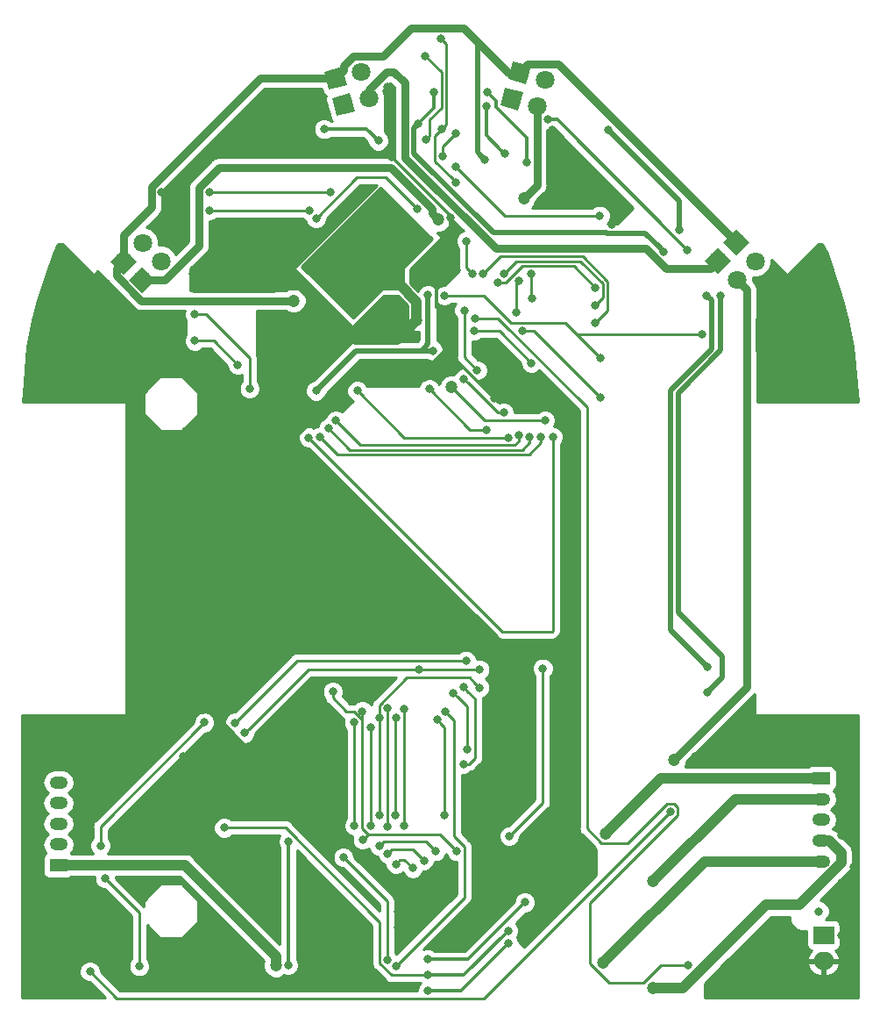
<source format=gbl>
G04 #@! TF.GenerationSoftware,KiCad,Pcbnew,(5.0.0)*
G04 #@! TF.CreationDate,2019-10-13T01:49:24+09:00*
G04 #@! TF.ProjectId,MicroNaos,4D6963726F4E616F732E6B696361645F,rev?*
G04 #@! TF.SameCoordinates,Original*
G04 #@! TF.FileFunction,Copper,L2,Bot,Signal*
G04 #@! TF.FilePolarity,Positive*
%FSLAX46Y46*%
G04 Gerber Fmt 4.6, Leading zero omitted, Abs format (unit mm)*
G04 Created by KiCad (PCBNEW (5.0.0)) date 10/13/19 01:49:24*
%MOMM*%
%LPD*%
G01*
G04 APERTURE LIST*
G04 #@! TA.AperFunction,ComponentPad*
%ADD10O,1.750000X1.200000*%
G04 #@! TD*
G04 #@! TA.AperFunction,ComponentPad*
%ADD11R,1.750000X1.200000*%
G04 #@! TD*
G04 #@! TA.AperFunction,ComponentPad*
%ADD12R,2.000000X1.700000*%
G04 #@! TD*
G04 #@! TA.AperFunction,ComponentPad*
%ADD13O,2.000000X1.700000*%
G04 #@! TD*
G04 #@! TA.AperFunction,ComponentPad*
%ADD14C,1.800000*%
G04 #@! TD*
G04 #@! TA.AperFunction,Conductor*
%ADD15C,0.100000*%
G04 #@! TD*
G04 #@! TA.AperFunction,ViaPad*
%ADD16C,0.800000*%
G04 #@! TD*
G04 #@! TA.AperFunction,ViaPad*
%ADD17C,1.200000*%
G04 #@! TD*
G04 #@! TA.AperFunction,Conductor*
%ADD18C,0.250000*%
G04 #@! TD*
G04 #@! TA.AperFunction,Conductor*
%ADD19C,0.500000*%
G04 #@! TD*
G04 #@! TA.AperFunction,Conductor*
%ADD20C,0.350000*%
G04 #@! TD*
G04 #@! TA.AperFunction,Conductor*
%ADD21C,0.750000*%
G04 #@! TD*
G04 #@! TA.AperFunction,Conductor*
%ADD22C,1.000000*%
G04 #@! TD*
G04 #@! TA.AperFunction,Conductor*
%ADD23C,0.254000*%
G04 #@! TD*
G04 APERTURE END LIST*
D10*
G04 #@! TO.P,J3,5*
G04 #@! TO.N,Net-(J3-Pad5)*
X191770000Y-123190000D03*
G04 #@! TO.P,J3,4*
G04 #@! TO.N,Net-(J3-Pad4)*
X191770000Y-121190000D03*
G04 #@! TO.P,J3,3*
G04 #@! TO.N,BATT*
X191770000Y-119190000D03*
G04 #@! TO.P,J3,2*
G04 #@! TO.N,Net-(J3-Pad2)*
X191770000Y-117190000D03*
D11*
G04 #@! TO.P,J3,1*
G04 #@! TO.N,Net-(J3-Pad1)*
X191770000Y-115190000D03*
G04 #@! TD*
D12*
G04 #@! TO.P,J1,1*
G04 #@! TO.N,Net-(F1-Pad2)*
X192024000Y-130302000D03*
D13*
G04 #@! TO.P,J1,2*
G04 #@! TO.N,GND*
X192024000Y-132802000D03*
G04 #@! TD*
D11*
G04 #@! TO.P,J2,1*
G04 #@! TO.N,Net-(J2-Pad1)*
X118110000Y-123570000D03*
D10*
G04 #@! TO.P,J2,2*
G04 #@! TO.N,Net-(J2-Pad2)*
X118110000Y-121570000D03*
G04 #@! TO.P,J2,3*
G04 #@! TO.N,BATT*
X118110000Y-119570000D03*
G04 #@! TO.P,J2,4*
G04 #@! TO.N,Net-(J2-Pad4)*
X118110000Y-117570000D03*
G04 #@! TO.P,J2,5*
G04 #@! TO.N,Net-(J2-Pad5)*
X118110000Y-115570000D03*
G04 #@! TD*
D14*
G04 #@! TO.P,D3,1*
G04 #@! TO.N,Net-(D3-Pad1)*
X181845949Y-65259949D03*
D15*
G04 #@! TD*
G04 #@! TO.N,Net-(D3-Pad1)*
G04 #@! TO.C,D3*
G36*
X180573157Y-65259949D02*
X181845949Y-63987157D01*
X183118741Y-65259949D01*
X181845949Y-66532741D01*
X180573157Y-65259949D01*
X180573157Y-65259949D01*
G37*
D14*
G04 #@! TO.P,D3,2*
G04 #@! TO.N,BATT*
X183642000Y-67056000D03*
G04 #@! TD*
G04 #@! TO.P,D4,2*
G04 #@! TO.N,Net-(D3-Pad1)*
X148082000Y-49530000D03*
G04 #@! TO.P,D4,1*
G04 #@! TO.N,Net-(D4-Pad1)*
X145628548Y-50187400D03*
D15*
G04 #@! TD*
G04 #@! TO.N,Net-(D4-Pad1)*
G04 #@! TO.C,D4*
G36*
X144992152Y-51289670D02*
X144526278Y-49551004D01*
X146264944Y-49085130D01*
X146730818Y-50823796D01*
X144992152Y-51289670D01*
X144992152Y-51289670D01*
G37*
D14*
G04 #@! TO.P,D5,2*
G04 #@! TO.N,Net-(C7-Pad2)*
X185420000Y-65278000D03*
G04 #@! TO.P,D5,1*
G04 #@! TO.N,3.3VA*
X183623949Y-63481949D03*
D15*
G04 #@! TD*
G04 #@! TO.N,3.3VA*
G04 #@! TO.C,D5*
G36*
X182351157Y-63481949D02*
X183623949Y-62209157D01*
X184896741Y-63481949D01*
X183623949Y-64754741D01*
X182351157Y-63481949D01*
X182351157Y-63481949D01*
G37*
D14*
G04 #@! TO.P,D7,2*
G04 #@! TO.N,BATT*
X128016000Y-65278000D03*
G04 #@! TO.P,D7,1*
G04 #@! TO.N,Net-(D7-Pad1)*
X126219949Y-67074051D03*
D15*
G04 #@! TD*
G04 #@! TO.N,Net-(D7-Pad1)*
G04 #@! TO.C,D7*
G36*
X126219949Y-68346843D02*
X124947157Y-67074051D01*
X126219949Y-65801259D01*
X127492741Y-67074051D01*
X126219949Y-68346843D01*
X126219949Y-68346843D01*
G37*
D14*
G04 #@! TO.P,D8,1*
G04 #@! TO.N,Net-(D8-Pad1)*
X161884548Y-49634600D03*
D15*
G04 #@! TD*
G04 #@! TO.N,Net-(D8-Pad1)*
G04 #@! TO.C,D8*
G36*
X160782278Y-50270996D02*
X161248152Y-48532330D01*
X162986818Y-48998204D01*
X162520944Y-50736870D01*
X160782278Y-50270996D01*
X160782278Y-50270996D01*
G37*
D14*
G04 #@! TO.P,D8,2*
G04 #@! TO.N,Net-(D7-Pad1)*
X164338000Y-50292000D03*
G04 #@! TD*
G04 #@! TO.P,D9,1*
G04 #@! TO.N,3.3VA*
X162646548Y-47094600D03*
D15*
G04 #@! TD*
G04 #@! TO.N,3.3VA*
G04 #@! TO.C,D9*
G36*
X161544278Y-47730996D02*
X162010152Y-45992330D01*
X163748818Y-46458204D01*
X163282944Y-48196870D01*
X161544278Y-47730996D01*
X161544278Y-47730996D01*
G37*
D14*
G04 #@! TO.P,D9,2*
G04 #@! TO.N,Net-(C9-Pad2)*
X165100000Y-47752000D03*
G04 #@! TD*
G04 #@! TO.P,D10,1*
G04 #@! TO.N,3.3VA*
X144866548Y-47647400D03*
D15*
G04 #@! TD*
G04 #@! TO.N,3.3VA*
G04 #@! TO.C,D10*
G36*
X144230152Y-48749670D02*
X143764278Y-47011004D01*
X145502944Y-46545130D01*
X145968818Y-48283796D01*
X144230152Y-48749670D01*
X144230152Y-48749670D01*
G37*
D14*
G04 #@! TO.P,D10,2*
G04 #@! TO.N,Net-(C11-Pad2)*
X147320000Y-46990000D03*
G04 #@! TD*
G04 #@! TO.P,D11,2*
G04 #@! TO.N,Net-(C13-Pad2)*
X126238000Y-63500000D03*
G04 #@! TO.P,D11,1*
G04 #@! TO.N,3.3VA*
X124441949Y-65296051D03*
D15*
G04 #@! TD*
G04 #@! TO.N,3.3VA*
G04 #@! TO.C,D11*
G36*
X124441949Y-66568843D02*
X123169157Y-65296051D01*
X124441949Y-64023259D01*
X125714741Y-65296051D01*
X124441949Y-66568843D01*
X124441949Y-66568843D01*
G37*
D16*
G04 #@! TO.N,3.3V*
X154304992Y-73914000D03*
X152908000Y-104660700D03*
X136093200Y-110820198D03*
X158800800Y-104676000D03*
D17*
X156093160Y-77444600D03*
D16*
X165105080Y-80641160D03*
X153822090Y-68554600D03*
X143002000Y-77787500D03*
G04 #@! TO.N,GND*
X141478000Y-125222000D03*
X141478000Y-135128000D03*
X145542000Y-135128000D03*
X153758900Y-63144400D03*
X137541000Y-133223000D03*
X132778500Y-134048500D03*
X143878300Y-121450100D03*
X136080500Y-118427502D03*
X160997900Y-111302800D03*
X163753800Y-108697989D03*
X150161964Y-59538759D03*
X151958015Y-61334810D03*
X148365913Y-59538759D03*
X143875785Y-64028887D03*
X152856041Y-62232836D03*
X142079734Y-65824938D03*
X149263938Y-58640734D03*
X148365913Y-68519015D03*
X144773810Y-63130862D03*
X146569862Y-61334810D03*
X147467887Y-60436785D03*
X151059990Y-65824938D03*
X142977759Y-66722964D03*
X143875785Y-67620990D03*
X149263938Y-67620990D03*
X152856041Y-64028887D03*
X151059990Y-60436785D03*
X146569862Y-70315066D03*
X151958015Y-64926913D03*
X147467887Y-69417041D03*
X145671836Y-69417041D03*
X142977759Y-64926913D03*
X144773810Y-68519015D03*
X145671836Y-62232836D03*
D17*
X139808000Y-112293400D03*
X152712615Y-70981370D03*
D16*
X128092200Y-58611800D03*
X150291800Y-55219600D03*
X143789400Y-65608200D03*
X151980900Y-63398400D03*
X149922914Y-48500723D03*
X155964742Y-61051800D03*
X165105080Y-78891160D03*
X155793440Y-63352680D03*
D17*
X155919171Y-71004494D03*
D16*
X160259679Y-78563821D03*
X165814090Y-52603400D03*
X136334500Y-67881500D03*
X131284500Y-67881500D03*
X185991500Y-71056500D03*
X187693300Y-69275900D03*
X185991500Y-73850500D03*
X165735000Y-58420000D03*
X167005000Y-58420000D03*
X168275000Y-58420000D03*
X167005000Y-59690000D03*
X165735000Y-59690000D03*
X164465000Y-59690000D03*
X139065000Y-49530000D03*
X139065000Y-49530000D03*
X139065000Y-49530000D03*
X139065000Y-52070000D03*
X139065000Y-54610000D03*
X137795000Y-49530000D03*
X136525000Y-50800000D03*
X136525000Y-54610000D03*
X135255000Y-52070000D03*
X133985000Y-53340000D03*
X133985000Y-54610000D03*
X132715000Y-54610000D03*
X132080000Y-55880000D03*
X130810000Y-57150000D03*
X130175000Y-62230000D03*
X128905000Y-62230000D03*
X137160000Y-61595000D03*
X134620000Y-61595000D03*
X133350000Y-62865000D03*
X133350000Y-64135000D03*
X134620000Y-65405000D03*
X137160000Y-65405000D03*
X115570000Y-77470000D03*
X115570000Y-74930000D03*
X118110000Y-74930000D03*
X118110000Y-77470000D03*
X118110000Y-72390000D03*
X118110000Y-69850000D03*
X118110000Y-67310000D03*
X118110000Y-64770000D03*
X120650000Y-67310000D03*
X120650000Y-69850000D03*
X120650000Y-69850000D03*
X120650000Y-69850000D03*
X120650000Y-72390000D03*
X120650000Y-74930000D03*
X120650000Y-77470000D03*
X123190000Y-72390000D03*
X125730000Y-72390000D03*
X123190000Y-69850000D03*
X128270000Y-72390000D03*
X194310000Y-75565000D03*
X194310000Y-78105000D03*
X191770000Y-78105000D03*
X189230000Y-78105000D03*
X187134500Y-78105000D03*
X187134500Y-75565000D03*
X191135000Y-73551800D03*
X189865000Y-73551800D03*
X189865000Y-72390000D03*
X191135000Y-72390000D03*
X189230000Y-76835000D03*
X191770000Y-76835000D03*
X137160000Y-64135000D03*
X135890000Y-65405000D03*
X137160000Y-62865000D03*
X135890000Y-61595000D03*
X132080000Y-103505000D03*
X129540000Y-103505000D03*
X125730000Y-103505000D03*
X125730000Y-106045000D03*
X125730000Y-108585000D03*
X129540000Y-106045000D03*
X132080000Y-106045000D03*
X129540000Y-108585000D03*
X132080000Y-108585000D03*
X133477000Y-108712000D03*
X130175000Y-113030000D03*
X131445000Y-112395000D03*
X133985000Y-112395000D03*
X136525000Y-112293400D03*
X131445000Y-114300000D03*
X114935000Y-113665000D03*
X114935000Y-116205000D03*
X114935000Y-118745000D03*
X114935000Y-121285000D03*
X114935000Y-123825000D03*
X114935000Y-126365000D03*
X114935000Y-128905000D03*
X114935000Y-131445000D03*
X114935000Y-133985000D03*
X114935000Y-135890000D03*
X117475000Y-135890000D03*
X120015000Y-135890000D03*
X118745000Y-130175000D03*
X118745000Y-132080000D03*
X122936000Y-129032000D03*
X122936000Y-131826000D03*
X121666000Y-135890000D03*
X125730000Y-110236000D03*
X129540000Y-110236000D03*
X132588000Y-115062000D03*
X133858000Y-115062000D03*
X136652000Y-115062000D03*
X136652000Y-117348000D03*
X143510000Y-114046000D03*
X145161000Y-114046000D03*
X143510000Y-117348000D03*
X145161000Y-117348000D03*
X139700000Y-114046000D03*
X139700000Y-115824000D03*
X139700000Y-117348000D03*
X143510000Y-110490000D03*
X143383000Y-106045000D03*
X139700000Y-110490000D03*
X138684000Y-109728000D03*
X144272000Y-108712000D03*
X145034000Y-110998000D03*
X159512000Y-108697989D03*
X161544000Y-108697989D03*
X163830000Y-105410000D03*
X159766000Y-103632000D03*
X163830000Y-103631998D03*
X166370000Y-103632000D03*
X166370000Y-106934000D03*
X167894000Y-106934000D03*
X167894000Y-103632000D03*
X166370000Y-110490000D03*
X167894000Y-110490000D03*
X166370000Y-112014000D03*
X167894000Y-113284000D03*
X184398810Y-108712000D03*
X184334998Y-110490000D03*
X182880000Y-110490000D03*
X184404000Y-113538000D03*
X182880000Y-113538000D03*
X179578000Y-113030000D03*
X187198000Y-109474000D03*
X189230000Y-109474000D03*
X191262000Y-109474000D03*
X193294000Y-109474000D03*
X195072000Y-109474000D03*
X195072000Y-110998000D03*
X189230000Y-112750600D03*
X191262000Y-112750600D03*
X195072000Y-112776000D03*
X193700400Y-112750600D03*
X187192810Y-111506000D03*
X193724001Y-114554000D03*
X194919600Y-114554000D03*
X193724001Y-117602000D03*
X194919600Y-117602000D03*
X193724001Y-120650000D03*
X194919600Y-120650000D03*
X194919600Y-123698000D03*
X193724001Y-125222000D03*
X194919600Y-125222000D03*
X192532000Y-126492000D03*
X193724001Y-127762000D03*
X194919600Y-127762000D03*
X194919600Y-130302000D03*
X193724001Y-130302000D03*
X194818000Y-135890000D03*
X194818000Y-133604000D03*
X192532000Y-135890000D03*
X191427600Y-135248400D03*
X188468000Y-135248400D03*
X180848000Y-135248400D03*
X184150000Y-135248400D03*
X167894000Y-118110000D03*
X165862000Y-118110000D03*
X165862000Y-119888000D03*
X167833000Y-120396000D03*
X167894000Y-122936000D03*
X165326000Y-122936000D03*
X166370000Y-127254000D03*
X164592000Y-127254000D03*
X163068000Y-128778000D03*
X163068000Y-130556000D03*
X164846000Y-129032000D03*
X152400000Y-129540000D03*
X150876000Y-129540000D03*
X150876000Y-128016000D03*
X145796000Y-127508000D03*
X143510000Y-127508000D03*
X141478000Y-127508000D03*
X141478000Y-129794000D03*
X143510000Y-129794000D03*
X145796000Y-129794000D03*
X145796000Y-132334000D03*
X143510000Y-132334000D03*
X141478000Y-132334000D03*
X143510000Y-135128000D03*
X143510000Y-125222000D03*
X141732000Y-123190000D03*
X145542000Y-121412000D03*
X145161000Y-120167400D03*
X143510000Y-120142000D03*
X141732000Y-120142000D03*
X142748000Y-121158000D03*
X122682000Y-109474000D03*
X120142000Y-109474000D03*
X117602000Y-109474000D03*
X115062000Y-109474000D03*
X118872000Y-111760000D03*
X120650000Y-126746000D03*
X119126000Y-125222000D03*
X117856000Y-126746000D03*
X116586000Y-124968000D03*
X119380000Y-127508000D03*
X136144000Y-131572000D03*
X134366000Y-129794000D03*
X134366000Y-131572000D03*
X136144000Y-133096000D03*
X138844000Y-129794000D03*
X138938000Y-127508000D03*
X136398000Y-127508000D03*
X148082000Y-130282239D03*
X185928000Y-69088000D03*
X185928000Y-67056000D03*
X144145000Y-54610000D03*
X167259000Y-82232500D03*
X154254200Y-131318000D03*
X154597100Y-65849500D03*
X153733500Y-65024000D03*
X187515500Y-129095500D03*
X187515500Y-131699000D03*
X140112600Y-108458000D03*
X136779000Y-106172000D03*
X171577000Y-61722000D03*
X131127500Y-66484500D03*
G04 #@! TO.N,BATT*
X153825000Y-132638800D03*
X163169600Y-127152400D03*
D17*
X177573000Y-113411000D03*
D16*
X165354000Y-51612800D03*
X178854100Y-64173100D03*
G04 #@! TO.N,3.3VA*
X159308800Y-55473600D03*
D17*
X140843000Y-69088002D03*
D16*
G04 #@! TO.N,5V*
X153799600Y-134162800D03*
X161569400Y-129895600D03*
X134124700Y-119964200D03*
G04 #@! TO.N,Net-(C7-Pad1)*
X156489400Y-56178900D03*
X170421300Y-60896501D03*
G04 #@! TO.N,/Micon/IR_IN2*
X155244800Y-55156100D03*
X156464000Y-52984400D03*
G04 #@! TO.N,Net-(C11-Pad1)*
X153619200Y-53543200D03*
X153577210Y-45537205D03*
G04 #@! TO.N,/Micon/IR_IN3*
X155079809Y-43784006D03*
X143015677Y-61159980D03*
X152755602Y-60248800D03*
X155143200Y-52527200D03*
X156540200Y-57696100D03*
G04 #@! TO.N,Net-(C13-Pad1)*
X132689600Y-58637200D03*
X144372300Y-58637200D03*
G04 #@! TO.N,/Micon/IR_IN4*
X132689600Y-60387200D03*
X142381000Y-60387200D03*
G04 #@! TO.N,/Micon/SW_1*
X178939200Y-133248400D03*
X158348680Y-70815200D03*
G04 #@! TO.N,/Micon/SW_2*
X158564153Y-75814347D03*
X161163000Y-79883000D03*
X157480000Y-103822500D03*
X135164184Y-109818816D03*
X132207000Y-109791500D03*
X125918600Y-133315200D03*
X157302269Y-76631731D03*
X157308821Y-70018067D03*
X122174002Y-121666000D03*
X122618500Y-124841000D03*
G04 #@! TO.N,/Micon/NRST*
X155397200Y-68618100D03*
X170484800Y-74625200D03*
X180276500Y-72326500D03*
G04 #@! TO.N,Net-(C23-Pad2)*
X153923996Y-77622400D03*
X159448500Y-81531400D03*
G04 #@! TO.N,Net-(D6-Pad1)*
X140335000Y-121285000D03*
X140335000Y-133223000D03*
D17*
G04 #@! TO.N,Net-(D7-Pad1)*
X154774900Y-61277498D03*
X163093400Y-59192160D03*
D16*
G04 #@! TO.N,Net-(D14-Pad1)*
X160541810Y-67313328D03*
X170002800Y-67821600D03*
G04 #@! TO.N,Net-(D14-Pad2)*
X161146956Y-66458999D03*
X170002800Y-69521600D03*
G04 #@! TO.N,Net-(D14-Pad3)*
X159153491Y-66458999D03*
X170002800Y-71221600D03*
G04 #@! TO.N,Net-(F1-Pad2)*
X191588000Y-128016000D03*
D17*
G04 #@! TO.N,Net-(J2-Pad1)*
X139128500Y-133223000D03*
G04 #@! TO.N,Net-(J3-Pad5)*
X170751500Y-132969000D03*
G04 #@! TO.N,Net-(J3-Pad4)*
X175543411Y-135416089D03*
G04 #@! TO.N,Net-(J3-Pad2)*
X175577500Y-125095000D03*
G04 #@! TO.N,Net-(J3-Pad1)*
X170995000Y-120501015D03*
D16*
G04 #@! TO.N,/Micon/SWCLK*
X170484800Y-78435200D03*
X162966400Y-71983600D03*
G04 #@! TO.N,/Micon/USB_DP*
X142303500Y-82296000D03*
X131284500Y-70421500D03*
X165862000Y-82232500D03*
X136588500Y-77597000D03*
G04 #@! TO.N,/Micon/UART_TX*
X144907000Y-80645000D03*
X162560000Y-82105500D03*
G04 #@! TO.N,/Micon/USB_DM*
X143383000Y-82232500D03*
X135445500Y-75311000D03*
X131284500Y-72961500D03*
X164718994Y-82232500D03*
G04 #@! TO.N,/Micon/UART_RX*
X144208500Y-81407000D03*
X163576000Y-82232500D03*
G04 #@! TO.N,Net-(Q1-Pad1)*
X177228500Y-118364000D03*
X121158000Y-133818000D03*
G04 #@! TO.N,Net-(Q2-Pad2)*
X143789400Y-52552600D03*
X149010953Y-53659353D03*
X152857200Y-52019200D03*
X154381200Y-48971200D03*
X180819400Y-104419400D03*
X176606200Y-64363600D03*
X180732715Y-68580985D03*
G04 #@! TO.N,Net-(Q3-Pad2)*
X159435800Y-50314990D03*
X161249360Y-54919880D03*
X171259500Y-52654200D03*
X178052029Y-62243010D03*
X180819400Y-106883200D03*
X182092600Y-68630800D03*
G04 #@! TO.N,/Motor1/ENABLE*
X156591000Y-122224800D03*
X147510500Y-121094500D03*
X147472400Y-108712000D03*
X144627600Y-106832400D03*
G04 #@! TO.N,/Micon/MOTOR_RESET*
X154559000Y-122224798D03*
X149098000Y-118745000D03*
X149123402Y-121716800D03*
X149097998Y-109372400D03*
X158800800Y-106426000D03*
G04 #@! TO.N,/Motor1/ERR*
X150723600Y-133273800D03*
X155498800Y-108762800D03*
G04 #@! TO.N,Net-(R15-Pad1)*
X149899556Y-132707270D03*
X145641000Y-122809000D03*
G04 #@! TO.N,Net-(R17-Pad2)*
X163363000Y-55753000D03*
X159562800Y-48971200D03*
G04 #@! TO.N,/Motor2/ERR*
X157607000Y-112395002D03*
X156260800Y-106934000D03*
G04 #@! TO.N,/Micon/PB8_SPEAKER*
X158242000Y-72019160D03*
X163804600Y-75120500D03*
G04 #@! TO.N,Net-(R39-Pad1)*
X158069280Y-66458999D03*
X157543440Y-63352680D03*
G04 #@! TO.N,/Motor1/DMODE0*
X151510000Y-119761000D03*
X151536400Y-108458000D03*
G04 #@! TO.N,/Motor1/DMODE1*
X150710000Y-123444000D03*
X152349200Y-123850400D03*
X150710000Y-109347000D03*
X150685500Y-118745000D03*
G04 #@! TO.N,/Motor1/DMODE2*
X149923500Y-119824500D03*
X153416000Y-123101100D03*
X149910000Y-122428000D03*
X149910800Y-108407200D03*
G04 #@! TO.N,/Motor1/CLK*
X148310000Y-119761000D03*
X148312811Y-110286800D03*
G04 #@! TO.N,/Motor1/CW_CCW*
X146710000Y-119761000D03*
X146659600Y-109778800D03*
G04 #@! TO.N,/Micon/DAC*
X153799600Y-135686800D03*
X161544002Y-131114800D03*
X146989800Y-77800200D03*
X161658300Y-120764300D03*
X164909500Y-104584500D03*
X161579407Y-82301614D03*
G04 #@! TO.N,/Motor2/CW_CCW*
X157226000Y-113792000D03*
X157226000Y-106362496D03*
G04 #@! TO.N,/Motor2/CLK*
X155384500Y-118745000D03*
X154686000Y-109537500D03*
G04 #@! TO.N,/Gyro/SPC*
X162305283Y-70192183D03*
X162571306Y-67168457D03*
G04 #@! TO.N,/Gyro/CS*
X163753800Y-66459000D03*
X163906200Y-68909000D03*
G04 #@! TD*
D18*
G04 #@! TO.N,3.3V*
X152908000Y-104660700D02*
X142252698Y-104660700D01*
X136493199Y-110420199D02*
X136093200Y-110820198D01*
X142252698Y-104660700D02*
X136493199Y-110420199D01*
D19*
X153739307Y-73914000D02*
X154304992Y-73914000D01*
X153162000Y-73914000D02*
X153739307Y-73914000D01*
D18*
X152908000Y-104660700D02*
X158785500Y-104660700D01*
X158785500Y-104660700D02*
X158800800Y-104676000D01*
X164507419Y-80618499D02*
X164530080Y-80641160D01*
X164530080Y-80641160D02*
X165105080Y-80641160D01*
X156093160Y-77444600D02*
X159267059Y-80618499D01*
X159267059Y-80618499D02*
X164507419Y-80618499D01*
D19*
X153162000Y-73914000D02*
X153822090Y-73253910D01*
X153822090Y-69120285D02*
X153822090Y-68554600D01*
X153822090Y-73253910D02*
X153822090Y-69120285D01*
X153162000Y-73914000D02*
X146875498Y-73914000D01*
X146875498Y-73914000D02*
X146875498Y-73914002D01*
X146875498Y-73914002D02*
X143002000Y-77787500D01*
D18*
G04 #@! TO.N,GND*
X137541000Y-133223000D02*
X136715500Y-134048500D01*
X136715500Y-134048500D02*
X133344185Y-134048500D01*
X133344185Y-134048500D02*
X132778500Y-134048500D01*
X145161000Y-112293400D02*
X145161000Y-114046000D01*
X144278299Y-121050101D02*
X143878300Y-121450100D01*
X145161000Y-120167400D02*
X145161000Y-120167400D01*
X143878300Y-121450100D02*
X140855702Y-118427502D01*
X136646185Y-118427502D02*
X136080500Y-118427502D01*
X140855702Y-118427502D02*
X136646185Y-118427502D01*
D20*
X160997900Y-111302800D02*
X163602711Y-108697989D01*
X163602711Y-108697989D02*
X163753800Y-108697989D01*
D18*
X153754066Y-63130861D02*
X152856041Y-62232836D01*
X152856041Y-64028887D02*
X153754066Y-63130862D01*
X153754066Y-63130862D02*
X153754066Y-63130861D01*
D21*
X149663937Y-67220991D02*
X149263938Y-67620990D01*
D22*
X151059990Y-65824938D02*
X150659991Y-66224937D01*
D18*
X131484400Y-55219600D02*
X150291800Y-55219600D01*
X128092200Y-58611800D02*
X131484400Y-55219600D01*
D22*
X152712615Y-70981370D02*
X152712615Y-69197415D01*
X152712615Y-69197415D02*
X151059990Y-67544790D01*
X150495000Y-67620990D02*
X151059990Y-67056000D01*
X149263938Y-67620990D02*
X150495000Y-67620990D01*
X151059990Y-67544790D02*
X151059990Y-67056000D01*
X151059990Y-67056000D02*
X151059990Y-65824938D01*
X151136190Y-67620990D02*
X152712615Y-69197415D01*
X149263938Y-67620990D02*
X151136190Y-67620990D01*
D18*
X150291800Y-55219600D02*
X150291800Y-48869609D01*
X150291800Y-48869609D02*
X149922914Y-48500723D01*
X155956000Y-60883800D02*
X150291800Y-55219600D01*
D20*
X155964742Y-61051800D02*
X155964742Y-63181378D01*
X155964742Y-63181378D02*
X155793440Y-63352680D01*
D18*
X160587018Y-78891160D02*
X160259679Y-78563821D01*
X165105080Y-78891160D02*
X160587018Y-78891160D01*
X159859680Y-78163822D02*
X160259679Y-78563821D01*
X155919171Y-74223313D02*
X159859680Y-78163822D01*
X155919171Y-71004494D02*
X155919171Y-74223313D01*
D20*
X154597100Y-65124020D02*
X154597100Y-65849500D01*
X155793440Y-63927680D02*
X154597100Y-65124020D01*
X155793440Y-63352680D02*
X155793440Y-63927680D01*
X154597100Y-69682423D02*
X155919171Y-71004494D01*
D22*
X136334500Y-67881500D02*
X131284500Y-67881500D01*
X138909500Y-67881500D02*
X139227000Y-67564000D01*
X136334500Y-67881500D02*
X138909500Y-67881500D01*
X139227000Y-67564000D02*
X141541500Y-67564000D01*
X141541500Y-67564000D02*
X146812000Y-72834500D01*
X150859485Y-72834500D02*
X152712615Y-70981370D01*
X146812000Y-72834500D02*
X150859485Y-72834500D01*
X139808000Y-112293400D02*
X136525000Y-112293400D01*
X185991500Y-70977700D02*
X187693300Y-69275900D01*
X185991500Y-71056500D02*
X185991500Y-70977700D01*
X185991500Y-71056500D02*
X185991500Y-73850500D01*
D18*
X145161000Y-114046000D02*
X145161000Y-115824000D01*
X145161000Y-115824000D02*
X145161000Y-117348000D01*
X145161000Y-117348000D02*
X145161000Y-120167400D01*
X145161000Y-120167400D02*
X144278299Y-121050101D01*
D20*
X154597100Y-65849500D02*
X154597100Y-69682423D01*
D18*
X171577000Y-58366310D02*
X171577000Y-61156315D01*
X165814090Y-52603400D02*
X171577000Y-58366310D01*
X171577000Y-61156315D02*
X171577000Y-61722000D01*
D22*
X133794500Y-110128585D02*
X133794500Y-89067504D01*
X133794500Y-89067504D02*
X146441206Y-76420798D01*
X136525000Y-112293400D02*
X135959315Y-112293400D01*
X146441206Y-76420798D02*
X153426196Y-76420798D01*
X135959315Y-112293400D02*
X133794500Y-110128585D01*
X153426196Y-76420798D02*
X155919171Y-73927823D01*
X155919171Y-71853022D02*
X155919171Y-71004494D01*
X155919171Y-73927823D02*
X155919171Y-71853022D01*
D20*
G04 #@! TO.N,BATT*
X157683200Y-132638800D02*
X163169600Y-127152400D01*
X153825000Y-132638800D02*
X157683200Y-132638800D01*
D21*
X177573000Y-113411000D02*
X184619900Y-106364100D01*
X184619900Y-68033900D02*
X183642000Y-67056000D01*
X184619900Y-106364100D02*
X184619900Y-68033900D01*
D20*
X165354000Y-51612800D02*
X166293800Y-51612800D01*
X178454101Y-63773101D02*
X178854100Y-64173100D01*
X166293800Y-51612800D02*
X178454101Y-63773101D01*
D21*
G04 #@! TO.N,3.3VA*
X143834800Y-47647400D02*
X144866548Y-47647400D01*
X137613598Y-47647400D02*
X143834800Y-47647400D01*
X127117199Y-58143799D02*
X137613598Y-47647400D01*
X127117199Y-60093801D02*
X127117199Y-58143799D01*
X124441949Y-62769051D02*
X127117199Y-60093801D01*
X124441949Y-65296051D02*
X124441949Y-62769051D01*
X182916843Y-62774843D02*
X183623949Y-63481949D01*
X166418999Y-46276999D02*
X182916843Y-62774843D01*
X163464149Y-46276999D02*
X166418999Y-46276999D01*
X162646548Y-47094600D02*
X163464149Y-46276999D01*
X161585100Y-47094600D02*
X162646548Y-47094600D01*
X157299505Y-42809005D02*
X161585100Y-47094600D01*
X145672104Y-46841844D02*
X145672104Y-46454894D01*
X144866548Y-47647400D02*
X145672104Y-46841844D01*
X145672104Y-46454894D02*
X146611999Y-45514999D01*
X146611999Y-45514999D02*
X149480801Y-45514999D01*
X149480801Y-45514999D02*
X152186795Y-42809005D01*
X152186795Y-42809005D02*
X157299505Y-42809005D01*
D19*
X158585799Y-54750599D02*
X158908801Y-55073601D01*
X158908801Y-55073601D02*
X159308800Y-55473600D01*
X157299505Y-42809005D02*
X158585799Y-44095299D01*
X158585799Y-44095299D02*
X158585799Y-54750599D01*
D21*
X139994472Y-69088002D02*
X140843000Y-69088002D01*
X123734843Y-66674927D02*
X126147918Y-69088002D01*
X126147918Y-69088002D02*
X139994472Y-69088002D01*
X123734843Y-66003157D02*
X123734843Y-66674927D01*
X124441949Y-65296051D02*
X123734843Y-66003157D01*
D20*
G04 #@! TO.N,5V*
X157302200Y-134162800D02*
X153799600Y-134162800D01*
X161569400Y-129895600D02*
X157302200Y-134162800D01*
D18*
X153174600Y-134162800D02*
X153799600Y-134162800D01*
X150282084Y-134162800D02*
X153174600Y-134162800D01*
X149174555Y-133055271D02*
X150282084Y-134162800D01*
X149174555Y-129051553D02*
X149174555Y-133055271D01*
X140087202Y-119964200D02*
X149174555Y-129051553D01*
X134124700Y-119964200D02*
X140087202Y-119964200D01*
G04 #@! TO.N,Net-(C7-Pad1)*
X161207001Y-60896501D02*
X169855615Y-60896501D01*
X169855615Y-60896501D02*
X170421300Y-60896501D01*
X156489400Y-56178900D02*
X161207001Y-60896501D01*
G04 #@! TO.N,/Micon/IR_IN2*
X155244800Y-55156100D02*
X155244800Y-54203600D01*
X155244800Y-54203600D02*
X156064001Y-53384399D01*
X156064001Y-53384399D02*
X156464000Y-52984400D01*
G04 #@! TO.N,Net-(C11-Pad1)*
X155106201Y-47066196D02*
X153577210Y-45537205D01*
X155106201Y-50477319D02*
X155106201Y-47066196D01*
X153974800Y-51608720D02*
X155106201Y-50477319D01*
X153619200Y-53543200D02*
X153974800Y-53187600D01*
X153974800Y-53187600D02*
X153974800Y-51608720D01*
G04 #@! TO.N,/Micon/IR_IN3*
X152355603Y-59848801D02*
X152755602Y-60248800D01*
X149707602Y-57200800D02*
X152355603Y-59848801D01*
X143015677Y-61159980D02*
X146974857Y-57200800D01*
X146974857Y-57200800D02*
X149707602Y-57200800D01*
X155578881Y-52091519D02*
X155543199Y-52127201D01*
X155543199Y-52127201D02*
X155143200Y-52527200D01*
X155079809Y-43784006D02*
X155578881Y-44283078D01*
X155578881Y-44283078D02*
X155578881Y-52091519D01*
X154489201Y-53181199D02*
X154489201Y-55645101D01*
X154489201Y-55645101D02*
X156140201Y-57296101D01*
X156140201Y-57296101D02*
X156540200Y-57696100D01*
X155143200Y-52527200D02*
X154489201Y-53181199D01*
G04 #@! TO.N,Net-(C13-Pad1)*
X132689600Y-58637200D02*
X144372300Y-58637200D01*
G04 #@! TO.N,/Micon/IR_IN4*
X132689600Y-60387200D02*
X142381000Y-60387200D01*
G04 #@! TO.N,/Micon/SW_1*
X160572302Y-70815200D02*
X158348680Y-70815200D01*
X170550999Y-121426016D02*
X169164000Y-120039017D01*
X176880499Y-117638999D02*
X173093482Y-121426016D01*
X177576501Y-117638999D02*
X176880499Y-117638999D01*
X169164000Y-120039017D02*
X169164000Y-79406898D01*
X177953501Y-118015999D02*
X177576501Y-117638999D01*
X169164000Y-79406898D02*
X160572302Y-70815200D01*
X176342098Y-133248400D02*
X174655538Y-134934960D01*
X178939200Y-133248400D02*
X176342098Y-133248400D01*
X174655538Y-134934960D02*
X171348458Y-134934960D01*
X173093482Y-121426016D02*
X170550999Y-121426016D01*
X171348458Y-134934960D02*
X169423080Y-133009582D01*
X169423080Y-133009582D02*
X169423080Y-127242422D01*
X177953501Y-118712001D02*
X177953501Y-118015999D01*
X169423080Y-127242422D02*
X177953501Y-118712001D01*
G04 #@! TO.N,/Micon/SW_2*
X157480000Y-103822500D02*
X141160500Y-103822500D01*
X141160500Y-103822500D02*
X135164184Y-109818816D01*
X160553538Y-79883000D02*
X157702268Y-77031730D01*
X157702268Y-77031730D02*
X157302269Y-76631731D01*
X161163000Y-79883000D02*
X160553538Y-79883000D01*
X157308821Y-70583752D02*
X157308821Y-70018067D01*
X157308821Y-74559015D02*
X157308821Y-70583752D01*
X158564153Y-75814347D02*
X157308821Y-74559015D01*
X122174002Y-119824498D02*
X122174002Y-121100315D01*
X122174002Y-121100315D02*
X122174002Y-121666000D01*
X132207000Y-109791500D02*
X122174002Y-119824498D01*
X125918600Y-133315200D02*
X125918600Y-128141100D01*
X123018499Y-125240999D02*
X122618500Y-124841000D01*
X125918600Y-128141100D02*
X123018499Y-125240999D01*
G04 #@! TO.N,/Micon/NRST*
X161864399Y-71258599D02*
X167118199Y-71258599D01*
X159223900Y-68618100D02*
X161864399Y-71258599D01*
X155397200Y-68618100D02*
X159223900Y-68618100D01*
X167118199Y-71258599D02*
X168249600Y-72390000D01*
X168249600Y-72390000D02*
X170484800Y-74625200D01*
X168249600Y-72390000D02*
X168313100Y-72326500D01*
X179710815Y-72326500D02*
X180276500Y-72326500D01*
X168313100Y-72326500D02*
X179710815Y-72326500D01*
G04 #@! TO.N,Net-(C23-Pad2)*
X154292300Y-77622400D02*
X153923996Y-77622400D01*
X153923996Y-77622400D02*
X157832996Y-81531400D01*
X157832996Y-81531400D02*
X159448500Y-81531400D01*
D21*
G04 #@! TO.N,Net-(D3-Pad1)*
X149849199Y-46992899D02*
X150497751Y-46992899D01*
X181138843Y-65967055D02*
X181845949Y-65259949D01*
X160354996Y-64058800D02*
X174896496Y-64058800D01*
X151587200Y-48082348D02*
X151587200Y-55291004D01*
X176804751Y-65967055D02*
X181138843Y-65967055D01*
X148082000Y-49530000D02*
X148082000Y-48760098D01*
X148082000Y-48760098D02*
X149849199Y-46992899D01*
X150497751Y-46992899D02*
X151587200Y-48082348D01*
X174896496Y-64058800D02*
X176804751Y-65967055D01*
X151587200Y-55291004D02*
X160354996Y-64058800D01*
D20*
G04 #@! TO.N,Net-(D6-Pad1)*
X140335000Y-121285000D02*
X140335000Y-122685000D01*
X140335000Y-122685000D02*
X140335000Y-133223000D01*
D21*
G04 #@! TO.N,Net-(D7-Pad1)*
X133622798Y-56261000D02*
X150210804Y-56261000D01*
X131714599Y-58169199D02*
X133622798Y-56261000D01*
X131714599Y-63762403D02*
X131714599Y-58169199D01*
X128402951Y-67074051D02*
X131714599Y-63762403D01*
X126219949Y-67074051D02*
X128402951Y-67074051D01*
X150210804Y-56261000D02*
X154174901Y-60225097D01*
X154174901Y-60225097D02*
X154174901Y-60677499D01*
X154174901Y-60677499D02*
X154774900Y-61277498D01*
X164338000Y-50292000D02*
X164338000Y-57947560D01*
X163693399Y-58592161D02*
X163093400Y-59192160D01*
X164338000Y-57947560D02*
X163693399Y-58592161D01*
D18*
G04 #@! TO.N,Net-(D14-Pad1)*
X167915199Y-65733999D02*
X170002800Y-67821600D01*
X162932762Y-65733999D02*
X167915199Y-65733999D01*
X161353433Y-67313328D02*
X162932762Y-65733999D01*
X160541810Y-67313328D02*
X161353433Y-67313328D01*
G04 #@! TO.N,Net-(D14-Pad2)*
X170727801Y-68796599D02*
X170002800Y-69521600D01*
X170727801Y-67473599D02*
X170727801Y-68796599D01*
X168538191Y-65283989D02*
X170727801Y-67473599D01*
X162321966Y-65283989D02*
X168538191Y-65283989D01*
X161146956Y-66458999D02*
X162321966Y-65283989D01*
G04 #@! TO.N,Net-(D14-Pad3)*
X160778511Y-64833979D02*
X168770779Y-64833979D01*
X159153491Y-66458999D02*
X160778511Y-64833979D01*
X171177811Y-70046589D02*
X170002800Y-71221600D01*
X171177811Y-67241011D02*
X171177811Y-70046589D01*
X168770779Y-64833979D02*
X171177811Y-67241011D01*
D22*
G04 #@! TO.N,Net-(J2-Pad1)*
X119985000Y-123570000D02*
X118110000Y-123570000D01*
X130324028Y-123570000D02*
X119985000Y-123570000D01*
X139128500Y-132374472D02*
X130324028Y-123570000D01*
X139128500Y-133223000D02*
X139128500Y-132374472D01*
G04 #@! TO.N,Net-(J3-Pad5)*
X180530500Y-123190000D02*
X191770000Y-123190000D01*
X170751500Y-132969000D02*
X180530500Y-123190000D01*
G04 #@! TO.N,Net-(J3-Pad4)*
X192045000Y-121190000D02*
X191770000Y-121190000D01*
X178464411Y-135416089D02*
X175543411Y-135416089D01*
X192564000Y-121190000D02*
X193724001Y-122350001D01*
X191770000Y-121190000D02*
X192564000Y-121190000D01*
X193724001Y-122350001D02*
X193724001Y-123349490D01*
X193724001Y-123349490D02*
X189671492Y-127401999D01*
X189671492Y-127401999D02*
X186478501Y-127401999D01*
X186478501Y-127401999D02*
X178464411Y-135416089D01*
G04 #@! TO.N,Net-(J3-Pad2)*
X183482500Y-117190000D02*
X191770000Y-117190000D01*
X175577500Y-125095000D02*
X183482500Y-117190000D01*
G04 #@! TO.N,Net-(J3-Pad1)*
X176306015Y-115190000D02*
X191770000Y-115190000D01*
X170995000Y-120501015D02*
X176306015Y-115190000D01*
D18*
G04 #@! TO.N,/Micon/SWCLK*
X164033200Y-71983600D02*
X170484800Y-78435200D01*
X162966400Y-71983600D02*
X164033200Y-71983600D01*
G04 #@! TO.N,/Micon/USB_DP*
X161028428Y-101020928D02*
X165798500Y-101020928D01*
X142303500Y-82296000D02*
X161028428Y-101020928D01*
X165862000Y-82798185D02*
X165862000Y-82232500D01*
X165798500Y-101020928D02*
X165862000Y-100957428D01*
X165862000Y-100957428D02*
X165862000Y-82798185D01*
X136588500Y-74650500D02*
X136588500Y-77031315D01*
X132359500Y-70421500D02*
X136588500Y-74650500D01*
X136588500Y-77031315D02*
X136588500Y-77597000D01*
X131284500Y-70421500D02*
X132359500Y-70421500D01*
G04 #@! TO.N,/Micon/UART_TX*
X147288616Y-83026616D02*
X162204569Y-83026616D01*
X162560000Y-82671185D02*
X162560000Y-82105500D01*
X144907000Y-80645000D02*
X147288616Y-83026616D01*
X162204569Y-83026616D02*
X162560000Y-82671185D01*
G04 #@! TO.N,/Micon/USB_DM*
X135445500Y-75311000D02*
X133096000Y-72961500D01*
X133096000Y-72961500D02*
X131284500Y-72961500D01*
X143383000Y-82232500D02*
X145077138Y-83926638D01*
X145077138Y-83926638D02*
X163590541Y-83926638D01*
X163590541Y-83926638D02*
X164718994Y-82798185D01*
X164718994Y-82798185D02*
X164718994Y-82232500D01*
G04 #@! TO.N,/Micon/UART_RX*
X146278127Y-83476627D02*
X162897558Y-83476627D01*
X144208500Y-81407000D02*
X146278127Y-83476627D01*
X163576000Y-82798185D02*
X163576000Y-82232500D01*
X162897558Y-83476627D02*
X163576000Y-82798185D01*
G04 #@! TO.N,Net-(Q1-Pad1)*
X123751801Y-136411801D02*
X121158000Y-133818000D01*
X159180699Y-136411801D02*
X123751801Y-136411801D01*
X177228500Y-118364000D02*
X159180699Y-136411801D01*
D20*
G04 #@! TO.N,Net-(Q2-Pad2)*
X143789400Y-52552600D02*
X147904200Y-52552600D01*
X147904200Y-52552600D02*
X149010953Y-53659353D01*
X152857200Y-52019200D02*
X154381200Y-50495200D01*
X154381200Y-50495200D02*
X154381200Y-49536885D01*
X154381200Y-49536885D02*
X154381200Y-48971200D01*
D19*
X180819400Y-104419400D02*
X177241200Y-100841200D01*
X181202701Y-73775837D02*
X181202701Y-69050971D01*
X181202701Y-69050971D02*
X181132714Y-68980984D01*
X181132714Y-68980984D02*
X180732715Y-68580985D01*
X177241200Y-77737338D02*
X181202701Y-73775837D01*
X177241200Y-100841200D02*
X177241200Y-77737338D01*
X152457201Y-54871103D02*
X160119999Y-62533901D01*
X160119999Y-62533901D02*
X171067397Y-62533901D01*
X174814602Y-62572002D02*
X176206201Y-63963601D01*
X152457201Y-52419199D02*
X152457201Y-54871103D01*
X176206201Y-63963601D02*
X176606200Y-64363600D01*
X171105498Y-62572002D02*
X174814602Y-62572002D01*
X171067397Y-62533901D02*
X171105498Y-62572002D01*
X152857200Y-52019200D02*
X152457201Y-52419199D01*
D20*
G04 #@! TO.N,Net-(Q3-Pad2)*
X160849361Y-54519881D02*
X161249360Y-54919880D01*
X159435800Y-50314990D02*
X159435800Y-53106320D01*
X159435800Y-53106320D02*
X160849361Y-54519881D01*
D19*
X171259500Y-52654200D02*
X178052029Y-59446729D01*
X178052029Y-61677325D02*
X178052029Y-62243010D01*
X178052029Y-59446729D02*
X178052029Y-61677325D01*
X182092600Y-69196485D02*
X182092600Y-68630800D01*
X182219600Y-105483000D02*
X182219600Y-103428800D01*
X180819400Y-106883200D02*
X182219600Y-105483000D01*
X182219600Y-103428800D02*
X177965100Y-99174300D01*
X177965100Y-99174300D02*
X177965100Y-78003400D01*
X177965100Y-78003400D02*
X182092600Y-73875900D01*
X182092600Y-73875900D02*
X182092600Y-69196485D01*
D18*
G04 #@! TO.N,/Motor1/ENABLE*
X148145500Y-120599200D02*
X148005800Y-120599200D01*
X148005800Y-120599200D02*
X147910499Y-120694501D01*
X147910499Y-120694501D02*
X147510500Y-121094500D01*
X156191001Y-121824801D02*
X156591000Y-122224800D01*
X148159301Y-120585399D02*
X154951599Y-120585399D01*
X148145500Y-120599200D02*
X148159301Y-120585399D01*
X154951599Y-120585399D02*
X156191001Y-121824801D01*
X148075198Y-120599200D02*
X147472400Y-119996402D01*
X147472400Y-109277685D02*
X147472400Y-108712000D01*
X148145500Y-120599200D02*
X148075198Y-120599200D01*
X147472400Y-109626400D02*
X147472400Y-109277685D01*
X147472400Y-119996402D02*
X147472400Y-109626400D01*
X144627600Y-106832400D02*
X144627600Y-107398085D01*
X145941515Y-108712000D02*
X146665802Y-108712000D01*
X144627600Y-107398085D02*
X145941515Y-108712000D01*
X146665802Y-108712000D02*
X147472400Y-109518598D01*
X147472400Y-109518598D02*
X147472400Y-109626400D01*
G04 #@! TO.N,/Micon/MOTOR_RESET*
X149523401Y-121316801D02*
X149123402Y-121716800D01*
X153651003Y-121316801D02*
X149523401Y-121316801D01*
X154559000Y-122224798D02*
X153651003Y-121316801D01*
X149098000Y-109372402D02*
X149097998Y-109372400D01*
X149098000Y-118745000D02*
X149098000Y-109372402D01*
X158301728Y-105926928D02*
X158800800Y-106426000D01*
X157821798Y-105446998D02*
X158301728Y-105926928D01*
X151798000Y-105446998D02*
X157821798Y-105446998D01*
X149097998Y-109372400D02*
X149097998Y-108147000D01*
X149097998Y-108147000D02*
X151798000Y-105446998D01*
G04 #@! TO.N,/Motor1/ERR*
X156337000Y-120776996D02*
X156336996Y-120777000D01*
X157316001Y-121755997D02*
X156337000Y-120776996D01*
X157316001Y-126681399D02*
X157316001Y-121755997D01*
X150723600Y-133273800D02*
X157316001Y-126681399D01*
X156337000Y-109601000D02*
X155898799Y-109162799D01*
X155898799Y-109162799D02*
X155498800Y-108762800D01*
X156337000Y-120776996D02*
X156337000Y-109601000D01*
G04 #@! TO.N,Net-(R15-Pad1)*
X149899556Y-132707270D02*
X149899556Y-127067556D01*
X149899556Y-127067556D02*
X145641000Y-122809000D01*
D20*
G04 #@! TO.N,Net-(R17-Pad2)*
X163363000Y-55753000D02*
X163363000Y-53382064D01*
X163363000Y-53382064D02*
X160407268Y-50426332D01*
X160407268Y-49815668D02*
X159962799Y-49371199D01*
X159962799Y-49371199D02*
X159562800Y-48971200D01*
X160407268Y-50426332D02*
X160407268Y-49815668D01*
D18*
G04 #@! TO.N,/Motor2/ERR*
X157607000Y-112395002D02*
X157607000Y-108280200D01*
X157607000Y-108280200D02*
X156660799Y-107333999D01*
X156660799Y-107333999D02*
X156260800Y-106934000D01*
G04 #@! TO.N,/Micon/PB8_SPEAKER*
X158807685Y-72019160D02*
X158242000Y-72019160D01*
X160703260Y-72019160D02*
X158807685Y-72019160D01*
X163804600Y-75120500D02*
X160703260Y-72019160D01*
G04 #@! TO.N,Net-(R39-Pad1)*
X158069280Y-66458999D02*
X157543440Y-65933159D01*
X157543440Y-65933159D02*
X157543440Y-63352680D01*
G04 #@! TO.N,/Motor1/DMODE0*
X151510000Y-119761000D02*
X151510000Y-108484400D01*
X151510000Y-108484400D02*
X151536400Y-108458000D01*
G04 #@! TO.N,/Motor1/DMODE1*
X150735400Y-123418600D02*
X150710000Y-123444000D01*
X150685500Y-109371500D02*
X150710000Y-109347000D01*
X150685500Y-118745000D02*
X150685500Y-109371500D01*
X151542801Y-123044001D02*
X152349200Y-123850400D01*
X150710000Y-123444000D02*
X151109999Y-123044001D01*
X151109999Y-123044001D02*
X151542801Y-123044001D01*
G04 #@! TO.N,/Motor1/DMODE2*
X149910000Y-122428000D02*
X149910800Y-122428000D01*
X149910800Y-122428000D02*
X150317200Y-122021600D01*
X152336500Y-122021600D02*
X153416000Y-123101100D01*
X150317200Y-122021600D02*
X152336500Y-122021600D01*
X149923500Y-108419900D02*
X149910800Y-108407200D01*
X149923500Y-119824500D02*
X149923500Y-108419900D01*
G04 #@! TO.N,/Motor1/CLK*
X148310000Y-110289611D02*
X148312811Y-110286800D01*
X148310000Y-119761000D02*
X148310000Y-110289611D01*
G04 #@! TO.N,/Motor1/CW_CCW*
X146710000Y-119761000D02*
X146710000Y-109829200D01*
X146710000Y-109829200D02*
X146659600Y-109778800D01*
D20*
G04 #@! TO.N,/Micon/DAC*
X156972002Y-135686800D02*
X161144003Y-131514799D01*
X161144003Y-131514799D02*
X161544002Y-131114800D01*
X153799600Y-135686800D02*
X156972002Y-135686800D01*
D18*
X164909500Y-117513100D02*
X161658300Y-120764300D01*
X164909500Y-104584500D02*
X164909500Y-117513100D01*
X161013722Y-82301614D02*
X161579407Y-82301614D01*
X151491214Y-82301614D02*
X161013722Y-82301614D01*
X146989800Y-77800200D02*
X151491214Y-82301614D01*
G04 #@! TO.N,/Motor2/CW_CCW*
X157625999Y-106762495D02*
X157226000Y-106362496D01*
X158332001Y-107468497D02*
X157625999Y-106762495D01*
X158332001Y-113251684D02*
X158332001Y-107468497D01*
X157791685Y-113792000D02*
X158332001Y-113251684D01*
X157226000Y-113792000D02*
X157791685Y-113792000D01*
G04 #@! TO.N,/Motor2/CLK*
X155384500Y-110236000D02*
X155085999Y-109937499D01*
X155384500Y-118745000D02*
X155384500Y-110236000D01*
X155085999Y-109937499D02*
X154686000Y-109537500D01*
G04 #@! TO.N,/Gyro/SPC*
X162305283Y-70192183D02*
X162305283Y-67434480D01*
X162305283Y-67434480D02*
X162571306Y-67168457D01*
G04 #@! TO.N,/Gyro/CS*
X163753800Y-66459000D02*
X163753800Y-68756600D01*
X163753800Y-68756600D02*
X163906200Y-68909000D01*
G04 #@! TD*
D23*
G04 #@! TO.N,GND*
G36*
X151859218Y-60789324D02*
X151878171Y-60835080D01*
X152169322Y-61126231D01*
X152215078Y-61145184D01*
X154214294Y-63144400D01*
X146583400Y-70775294D01*
X141619506Y-65811400D01*
X149250400Y-58180506D01*
X151859218Y-60789324D01*
X151859218Y-60789324D01*
G37*
X151859218Y-60789324D02*
X151878171Y-60835080D01*
X152169322Y-61126231D01*
X152215078Y-61145184D01*
X154214294Y-63144400D01*
X146583400Y-70775294D01*
X141619506Y-65811400D01*
X149250400Y-58180506D01*
X151859218Y-60789324D01*
G36*
X140910197Y-65910197D02*
X140882667Y-65951399D01*
X140873000Y-66000000D01*
X140882667Y-66048601D01*
X140910197Y-66089803D01*
X146410197Y-71589803D01*
X146451399Y-71617333D01*
X146500000Y-71627000D01*
X146548601Y-71617333D01*
X146589803Y-71589803D01*
X149552606Y-68627000D01*
X150947394Y-68627000D01*
X151873000Y-69552606D01*
X151873000Y-71500000D01*
X151882667Y-71548601D01*
X151910197Y-71589803D01*
X152410197Y-72089803D01*
X152451399Y-72117333D01*
X152500000Y-72127000D01*
X152937090Y-72127000D01*
X152937090Y-72887331D01*
X152795422Y-73029000D01*
X146962662Y-73029000D01*
X146875498Y-73011662D01*
X146788333Y-73029000D01*
X146530188Y-73080348D01*
X146237449Y-73275951D01*
X146188071Y-73349850D01*
X142777853Y-76760069D01*
X142415720Y-76910069D01*
X142124569Y-77201220D01*
X141967000Y-77581626D01*
X141967000Y-77993374D01*
X142124569Y-78373780D01*
X142415720Y-78664931D01*
X142796126Y-78822500D01*
X143207874Y-78822500D01*
X143588280Y-78664931D01*
X143879431Y-78373780D01*
X144029431Y-78011647D01*
X147242079Y-74799000D01*
X153074839Y-74799000D01*
X153162000Y-74816337D01*
X153249161Y-74799000D01*
X153736985Y-74799000D01*
X154099118Y-74949000D01*
X154510866Y-74949000D01*
X154891272Y-74791431D01*
X155182423Y-74500280D01*
X155339992Y-74119874D01*
X155339992Y-73708126D01*
X155182423Y-73327720D01*
X154891272Y-73036569D01*
X154707090Y-72960278D01*
X154707090Y-69391701D01*
X154810920Y-69495531D01*
X155191326Y-69653100D01*
X155603074Y-69653100D01*
X155983480Y-69495531D01*
X156100911Y-69378100D01*
X156485077Y-69378100D01*
X156431390Y-69431787D01*
X156273821Y-69812193D01*
X156273821Y-70223941D01*
X156431390Y-70604347D01*
X156548822Y-70721779D01*
X156548821Y-74484168D01*
X156533933Y-74559015D01*
X156548821Y-74633862D01*
X156548821Y-74633866D01*
X156592917Y-74855551D01*
X156760892Y-75106944D01*
X156824351Y-75149346D01*
X157271736Y-75596731D01*
X157096395Y-75596731D01*
X156715989Y-75754300D01*
X156424838Y-76045451D01*
X156354205Y-76215974D01*
X156338817Y-76209600D01*
X155847503Y-76209600D01*
X155393589Y-76397618D01*
X155046178Y-76745029D01*
X154883126Y-77138670D01*
X154840229Y-77074471D01*
X154808543Y-77053299D01*
X154801427Y-77036120D01*
X154510276Y-76744969D01*
X154129870Y-76587400D01*
X153718122Y-76587400D01*
X153337716Y-76744969D01*
X153046565Y-77036120D01*
X152907025Y-77373000D01*
X147933124Y-77373000D01*
X147867231Y-77213920D01*
X147576080Y-76922769D01*
X147195674Y-76765200D01*
X146783926Y-76765200D01*
X146403520Y-76922769D01*
X146112369Y-77213920D01*
X145954800Y-77594326D01*
X145954800Y-78006074D01*
X146112369Y-78386480D01*
X146403520Y-78677631D01*
X146572690Y-78747704D01*
X145523053Y-79797342D01*
X145493280Y-79767569D01*
X145112874Y-79610000D01*
X144701126Y-79610000D01*
X144320720Y-79767569D01*
X144029569Y-80058720D01*
X143878510Y-80423411D01*
X143622220Y-80529569D01*
X143331069Y-80820720D01*
X143174562Y-81198562D01*
X142796720Y-81355069D01*
X142779075Y-81372714D01*
X142509374Y-81261000D01*
X142097626Y-81261000D01*
X141717220Y-81418569D01*
X141426069Y-81709720D01*
X141268500Y-82090126D01*
X141268500Y-82501874D01*
X141426069Y-82882280D01*
X141717220Y-83173431D01*
X142097626Y-83331000D01*
X142263699Y-83331000D01*
X160438099Y-101505401D01*
X160480499Y-101568857D01*
X160731891Y-101736832D01*
X160953576Y-101780928D01*
X160953580Y-101780928D01*
X161028427Y-101795816D01*
X161103274Y-101780928D01*
X165723653Y-101780928D01*
X165798500Y-101795816D01*
X165873347Y-101780928D01*
X165873352Y-101780928D01*
X166095037Y-101736832D01*
X166346429Y-101568857D01*
X166371864Y-101530791D01*
X166409929Y-101505357D01*
X166577904Y-101253965D01*
X166622000Y-101032280D01*
X166622000Y-101032276D01*
X166636888Y-100957428D01*
X166622000Y-100882580D01*
X166622000Y-82936211D01*
X166739431Y-82818780D01*
X166897000Y-82438374D01*
X166897000Y-82026626D01*
X166739431Y-81646220D01*
X166448280Y-81355069D01*
X166067874Y-81197500D01*
X165994913Y-81197500D01*
X166140080Y-80847034D01*
X166140080Y-80435286D01*
X165982511Y-80054880D01*
X165691360Y-79763729D01*
X165310954Y-79606160D01*
X164899206Y-79606160D01*
X164518800Y-79763729D01*
X164424030Y-79858499D01*
X162198000Y-79858499D01*
X162198000Y-79677126D01*
X162040431Y-79296720D01*
X161749280Y-79005569D01*
X161368874Y-78848000D01*
X160957126Y-78848000D01*
X160699890Y-78954550D01*
X158594686Y-76849347D01*
X158770027Y-76849347D01*
X159150433Y-76691778D01*
X159441584Y-76400627D01*
X159599153Y-76020221D01*
X159599153Y-75608473D01*
X159441584Y-75228067D01*
X159150433Y-74936916D01*
X158770027Y-74779347D01*
X158603955Y-74779347D01*
X158068821Y-74244214D01*
X158068821Y-73054160D01*
X158447874Y-73054160D01*
X158828280Y-72896591D01*
X158945711Y-72779160D01*
X160388459Y-72779160D01*
X162769600Y-75160302D01*
X162769600Y-75326374D01*
X162927169Y-75706780D01*
X163218320Y-75997931D01*
X163598726Y-76155500D01*
X164010474Y-76155500D01*
X164390880Y-75997931D01*
X164535556Y-75853255D01*
X168404001Y-79721701D01*
X168404000Y-119964170D01*
X168389112Y-120039017D01*
X168404000Y-120113864D01*
X168404000Y-120113868D01*
X168448096Y-120335553D01*
X168616071Y-120586946D01*
X168679530Y-120629348D01*
X169960670Y-121910489D01*
X170003070Y-121973945D01*
X170053000Y-122007307D01*
X170053000Y-124464698D01*
X163096652Y-131421046D01*
X162575092Y-130899486D01*
X162421433Y-130528520D01*
X162410812Y-130517899D01*
X162446831Y-130481880D01*
X162604400Y-130101474D01*
X162604400Y-129689726D01*
X162446831Y-129309320D01*
X162302512Y-129165001D01*
X163280113Y-128187400D01*
X163375474Y-128187400D01*
X163755880Y-128029831D01*
X164047031Y-127738680D01*
X164204600Y-127358274D01*
X164204600Y-126946526D01*
X164047031Y-126566120D01*
X163755880Y-126274969D01*
X163375474Y-126117400D01*
X162963726Y-126117400D01*
X162583320Y-126274969D01*
X162292169Y-126566120D01*
X162134600Y-126946526D01*
X162134600Y-127041887D01*
X157347688Y-131828800D01*
X154478711Y-131828800D01*
X154411280Y-131761369D01*
X154030874Y-131603800D01*
X153619126Y-131603800D01*
X153361823Y-131710378D01*
X157800474Y-127271728D01*
X157863930Y-127229328D01*
X158031905Y-126977936D01*
X158076001Y-126756251D01*
X158076001Y-126756246D01*
X158090889Y-126681399D01*
X158076001Y-126606552D01*
X158076001Y-121830843D01*
X158090889Y-121755996D01*
X158076001Y-121681149D01*
X158076001Y-121681145D01*
X158031905Y-121459460D01*
X157970345Y-121367329D01*
X157906330Y-121271523D01*
X157906328Y-121271521D01*
X157863930Y-121208068D01*
X157800476Y-121165670D01*
X157193232Y-120558426D01*
X160623300Y-120558426D01*
X160623300Y-120970174D01*
X160780869Y-121350580D01*
X161072020Y-121641731D01*
X161452426Y-121799300D01*
X161864174Y-121799300D01*
X162244580Y-121641731D01*
X162535731Y-121350580D01*
X162693300Y-120970174D01*
X162693300Y-120804101D01*
X165393973Y-118103429D01*
X165457429Y-118061029D01*
X165625404Y-117809637D01*
X165669500Y-117587952D01*
X165669500Y-117587948D01*
X165684388Y-117513101D01*
X165669500Y-117438254D01*
X165669500Y-105288211D01*
X165786931Y-105170780D01*
X165944500Y-104790374D01*
X165944500Y-104378626D01*
X165786931Y-103998220D01*
X165495780Y-103707069D01*
X165115374Y-103549500D01*
X164703626Y-103549500D01*
X164323220Y-103707069D01*
X164032069Y-103998220D01*
X163874500Y-104378626D01*
X163874500Y-104790374D01*
X164032069Y-105170780D01*
X164149500Y-105288211D01*
X164149501Y-117198297D01*
X161618499Y-119729300D01*
X161452426Y-119729300D01*
X161072020Y-119886869D01*
X160780869Y-120178020D01*
X160623300Y-120558426D01*
X157193232Y-120558426D01*
X157097000Y-120462194D01*
X157097000Y-114827000D01*
X157431874Y-114827000D01*
X157812280Y-114669431D01*
X157945397Y-114536314D01*
X158088222Y-114507904D01*
X158339614Y-114339929D01*
X158382016Y-114276470D01*
X158816474Y-113842013D01*
X158879930Y-113799613D01*
X159047905Y-113548221D01*
X159092001Y-113326536D01*
X159092001Y-113326532D01*
X159106889Y-113251685D01*
X159092001Y-113176838D01*
X159092001Y-107543345D01*
X159106889Y-107468497D01*
X159097883Y-107423220D01*
X159387080Y-107303431D01*
X159678231Y-107012280D01*
X159835800Y-106631874D01*
X159835800Y-106220126D01*
X159678231Y-105839720D01*
X159389511Y-105551000D01*
X159678231Y-105262280D01*
X159835800Y-104881874D01*
X159835800Y-104470126D01*
X159678231Y-104089720D01*
X159387080Y-103798569D01*
X159006674Y-103641000D01*
X158594926Y-103641000D01*
X158515000Y-103674106D01*
X158515000Y-103616626D01*
X158357431Y-103236220D01*
X158066280Y-102945069D01*
X157685874Y-102787500D01*
X157274126Y-102787500D01*
X156893720Y-102945069D01*
X156776289Y-103062500D01*
X141235346Y-103062500D01*
X141160499Y-103047612D01*
X141085652Y-103062500D01*
X141085648Y-103062500D01*
X140863963Y-103106596D01*
X140863961Y-103106597D01*
X140863962Y-103106597D01*
X140676026Y-103232171D01*
X140676024Y-103232173D01*
X140612571Y-103274571D01*
X140570173Y-103338024D01*
X135124383Y-108783816D01*
X134958310Y-108783816D01*
X134577904Y-108941385D01*
X134286753Y-109232536D01*
X134129184Y-109612942D01*
X134129184Y-110024690D01*
X134286753Y-110405096D01*
X134577904Y-110696247D01*
X134958310Y-110853816D01*
X135058200Y-110853816D01*
X135058200Y-111026072D01*
X135215769Y-111406478D01*
X135506920Y-111697629D01*
X135887326Y-111855198D01*
X136299074Y-111855198D01*
X136679480Y-111697629D01*
X136970631Y-111406478D01*
X137128200Y-111026072D01*
X137128200Y-110859999D01*
X142567500Y-105420700D01*
X150749495Y-105420700D01*
X148613526Y-107556671D01*
X148550070Y-107599071D01*
X148507670Y-107662527D01*
X148507669Y-107662528D01*
X148488446Y-107691297D01*
X148382095Y-107850463D01*
X148352365Y-107999928D01*
X148331074Y-108106963D01*
X148058680Y-107834569D01*
X147678274Y-107677000D01*
X147266526Y-107677000D01*
X146886120Y-107834569D01*
X146764038Y-107956651D01*
X146740654Y-107952000D01*
X146740649Y-107952000D01*
X146665802Y-107937112D01*
X146590955Y-107952000D01*
X146256318Y-107952000D01*
X145568872Y-107264555D01*
X145662600Y-107038274D01*
X145662600Y-106626526D01*
X145505031Y-106246120D01*
X145213880Y-105954969D01*
X144833474Y-105797400D01*
X144421726Y-105797400D01*
X144041320Y-105954969D01*
X143750169Y-106246120D01*
X143592600Y-106626526D01*
X143592600Y-107038274D01*
X143750169Y-107418680D01*
X143883286Y-107551797D01*
X143911696Y-107694622D01*
X144079672Y-107946014D01*
X144143128Y-107988414D01*
X145351188Y-109196476D01*
X145393586Y-109259929D01*
X145457039Y-109302327D01*
X145457041Y-109302329D01*
X145582417Y-109386102D01*
X145644978Y-109427904D01*
X145681649Y-109435198D01*
X145624600Y-109572926D01*
X145624600Y-109984674D01*
X145782169Y-110365080D01*
X145950001Y-110532912D01*
X145950000Y-119057289D01*
X145832569Y-119174720D01*
X145675000Y-119555126D01*
X145675000Y-119966874D01*
X145832569Y-120347280D01*
X146123720Y-120638431D01*
X146504126Y-120796000D01*
X146513867Y-120796000D01*
X146475500Y-120888626D01*
X146475500Y-121300374D01*
X146633069Y-121680780D01*
X146924220Y-121971931D01*
X147304626Y-122129500D01*
X147716374Y-122129500D01*
X148096780Y-121971931D01*
X148105283Y-121963428D01*
X148245971Y-122303080D01*
X148537122Y-122594231D01*
X148917528Y-122751800D01*
X148923846Y-122751800D01*
X149032569Y-123014280D01*
X149323720Y-123305431D01*
X149675000Y-123450936D01*
X149675000Y-123649874D01*
X149832569Y-124030280D01*
X150123720Y-124321431D01*
X150504126Y-124479000D01*
X150915874Y-124479000D01*
X151296280Y-124321431D01*
X151386614Y-124231097D01*
X151471769Y-124436680D01*
X151762920Y-124727831D01*
X152143326Y-124885400D01*
X152555074Y-124885400D01*
X152935480Y-124727831D01*
X153226631Y-124436680D01*
X153351135Y-124136100D01*
X153621874Y-124136100D01*
X154002280Y-123978531D01*
X154293431Y-123687380D01*
X154451000Y-123306974D01*
X154451000Y-123259798D01*
X154764874Y-123259798D01*
X155145280Y-123102229D01*
X155436431Y-122811078D01*
X155575000Y-122476543D01*
X155713569Y-122811080D01*
X156004720Y-123102231D01*
X156385126Y-123259800D01*
X156556002Y-123259800D01*
X156556001Y-126366597D01*
X150784199Y-132138400D01*
X150776987Y-132120990D01*
X150659556Y-132003559D01*
X150659556Y-127142404D01*
X150674444Y-127067556D01*
X150659556Y-126992708D01*
X150659556Y-126992704D01*
X150615460Y-126771019D01*
X150615460Y-126771018D01*
X150489885Y-126583083D01*
X150447485Y-126519627D01*
X150384029Y-126477227D01*
X146676000Y-122769199D01*
X146676000Y-122603126D01*
X146518431Y-122222720D01*
X146227280Y-121931569D01*
X145846874Y-121774000D01*
X145435126Y-121774000D01*
X145054720Y-121931569D01*
X144763569Y-122222720D01*
X144606000Y-122603126D01*
X144606000Y-123014874D01*
X144763569Y-123395280D01*
X145054720Y-123686431D01*
X145435126Y-123844000D01*
X145601199Y-123844000D01*
X149139557Y-127382359D01*
X149139557Y-127941753D01*
X140677533Y-119479730D01*
X140635131Y-119416271D01*
X140383739Y-119248296D01*
X140162054Y-119204200D01*
X140162049Y-119204200D01*
X140087202Y-119189312D01*
X140012355Y-119204200D01*
X134828411Y-119204200D01*
X134710980Y-119086769D01*
X134330574Y-118929200D01*
X133918826Y-118929200D01*
X133538420Y-119086769D01*
X133247269Y-119377920D01*
X133089700Y-119758326D01*
X133089700Y-120170074D01*
X133247269Y-120550480D01*
X133538420Y-120841631D01*
X133918826Y-120999200D01*
X134330574Y-120999200D01*
X134710980Y-120841631D01*
X134828411Y-120724200D01*
X139447015Y-120724200D01*
X139300000Y-121079126D01*
X139300000Y-121490874D01*
X139457569Y-121871280D01*
X139525000Y-121938711D01*
X139525001Y-122605222D01*
X139525000Y-122605227D01*
X139525001Y-131165841D01*
X131205641Y-122846482D01*
X131142317Y-122751711D01*
X130766883Y-122500854D01*
X130435811Y-122435000D01*
X130324028Y-122412765D01*
X130212245Y-122435000D01*
X122868713Y-122435000D01*
X123051433Y-122252280D01*
X123209002Y-121871874D01*
X123209002Y-121460126D01*
X123051433Y-121079720D01*
X122934002Y-120962289D01*
X122934002Y-120139299D01*
X132246802Y-110826500D01*
X132412874Y-110826500D01*
X132793280Y-110668931D01*
X133084431Y-110377780D01*
X133242000Y-109997374D01*
X133242000Y-109585626D01*
X133084431Y-109205220D01*
X132793280Y-108914069D01*
X132412874Y-108756500D01*
X132001126Y-108756500D01*
X131620720Y-108914069D01*
X131329569Y-109205220D01*
X131172000Y-109585626D01*
X131172000Y-109751698D01*
X121689532Y-119234167D01*
X121626073Y-119276569D01*
X121458098Y-119527962D01*
X121414002Y-119749647D01*
X121414002Y-119749651D01*
X121399114Y-119824498D01*
X121414002Y-119899345D01*
X121414003Y-120962288D01*
X121296571Y-121079720D01*
X121139002Y-121460126D01*
X121139002Y-121871874D01*
X121296571Y-122252280D01*
X121479291Y-122435000D01*
X119327285Y-122435000D01*
X119303131Y-122418860D01*
X119548344Y-122051873D01*
X119644195Y-121570000D01*
X119548344Y-121088127D01*
X119275385Y-120679615D01*
X119111335Y-120570000D01*
X119275385Y-120460385D01*
X119548344Y-120051873D01*
X119644195Y-119570000D01*
X119548344Y-119088127D01*
X119275385Y-118679615D01*
X119111335Y-118570000D01*
X119275385Y-118460385D01*
X119548344Y-118051873D01*
X119644195Y-117570000D01*
X119548344Y-117088127D01*
X119275385Y-116679615D01*
X119111335Y-116570000D01*
X119275385Y-116460385D01*
X119548344Y-116051873D01*
X119644195Y-115570000D01*
X119548344Y-115088127D01*
X119275385Y-114679615D01*
X118866873Y-114406656D01*
X118506636Y-114335000D01*
X117713364Y-114335000D01*
X117353127Y-114406656D01*
X116944615Y-114679615D01*
X116671656Y-115088127D01*
X116575805Y-115570000D01*
X116671656Y-116051873D01*
X116944615Y-116460385D01*
X117108665Y-116570000D01*
X116944615Y-116679615D01*
X116671656Y-117088127D01*
X116575805Y-117570000D01*
X116671656Y-118051873D01*
X116944615Y-118460385D01*
X117108665Y-118570000D01*
X116944615Y-118679615D01*
X116671656Y-119088127D01*
X116575805Y-119570000D01*
X116671656Y-120051873D01*
X116944615Y-120460385D01*
X117108665Y-120570000D01*
X116944615Y-120679615D01*
X116671656Y-121088127D01*
X116575805Y-121570000D01*
X116671656Y-122051873D01*
X116916869Y-122418860D01*
X116777191Y-122512191D01*
X116636843Y-122722235D01*
X116587560Y-122970000D01*
X116587560Y-124170000D01*
X116636843Y-124417765D01*
X116777191Y-124627809D01*
X116987235Y-124768157D01*
X117235000Y-124817440D01*
X118985000Y-124817440D01*
X119232765Y-124768157D01*
X119327285Y-124705000D01*
X121583500Y-124705000D01*
X121583500Y-125046874D01*
X121741069Y-125427280D01*
X122032220Y-125718431D01*
X122412626Y-125876000D01*
X122578699Y-125876000D01*
X125158601Y-128455903D01*
X125158600Y-132611489D01*
X125041169Y-132728920D01*
X124883600Y-133109326D01*
X124883600Y-133521074D01*
X125041169Y-133901480D01*
X125332320Y-134192631D01*
X125712726Y-134350200D01*
X126124474Y-134350200D01*
X126504880Y-134192631D01*
X126796031Y-133901480D01*
X126953600Y-133521074D01*
X126953600Y-133109326D01*
X126796031Y-132728920D01*
X126678600Y-132611489D01*
X126678600Y-129358206D01*
X127910197Y-130589803D01*
X127951399Y-130617333D01*
X128000000Y-130627000D01*
X130000000Y-130627000D01*
X130048601Y-130617333D01*
X130089803Y-130589803D01*
X131589803Y-129089803D01*
X131617333Y-129048601D01*
X131627000Y-129000000D01*
X131627000Y-127000000D01*
X131617333Y-126951399D01*
X131589803Y-126910197D01*
X130089803Y-125410197D01*
X130048601Y-125382667D01*
X130000000Y-125373000D01*
X128000000Y-125373000D01*
X127951399Y-125382667D01*
X127910197Y-125410197D01*
X126410197Y-126910197D01*
X126382667Y-126951399D01*
X126373000Y-127000000D01*
X126373000Y-127520698D01*
X123653500Y-124801199D01*
X123653500Y-124705000D01*
X129853897Y-124705000D01*
X137961668Y-132812772D01*
X137893500Y-132977343D01*
X137893500Y-133468657D01*
X138081518Y-133922571D01*
X138428929Y-134269982D01*
X138882843Y-134458000D01*
X139374157Y-134458000D01*
X139828071Y-134269982D01*
X139924720Y-134173333D01*
X140129126Y-134258000D01*
X140540874Y-134258000D01*
X140921280Y-134100431D01*
X141212431Y-133809280D01*
X141370000Y-133428874D01*
X141370000Y-133017126D01*
X141212431Y-132636720D01*
X141145000Y-132569289D01*
X141145000Y-122096799D01*
X148414555Y-129366355D01*
X148414556Y-132980419D01*
X148399667Y-133055271D01*
X148458652Y-133351808D01*
X148583761Y-133539046D01*
X148626627Y-133603200D01*
X148690083Y-133645600D01*
X149691755Y-134647273D01*
X149734155Y-134710729D01*
X149985547Y-134878704D01*
X150207232Y-134922800D01*
X150207236Y-134922800D01*
X150282084Y-134937688D01*
X150356932Y-134922800D01*
X153095889Y-134922800D01*
X153097889Y-134924800D01*
X152922169Y-135100520D01*
X152764600Y-135480926D01*
X152764600Y-135651801D01*
X124066603Y-135651801D01*
X122193000Y-133778199D01*
X122193000Y-133612126D01*
X122035431Y-133231720D01*
X121744280Y-132940569D01*
X121363874Y-132783000D01*
X120952126Y-132783000D01*
X120571720Y-132940569D01*
X120280569Y-133231720D01*
X120123000Y-133612126D01*
X120123000Y-134023874D01*
X120280569Y-134404280D01*
X120571720Y-134695431D01*
X120952126Y-134853000D01*
X121118199Y-134853000D01*
X122638198Y-136373000D01*
X114627000Y-136373000D01*
X114627000Y-109127000D01*
X124500000Y-109127000D01*
X124548601Y-109117333D01*
X124589803Y-109089803D01*
X124617333Y-109048601D01*
X124627000Y-109000000D01*
X124627000Y-79000000D01*
X124617333Y-78951399D01*
X124589803Y-78910197D01*
X124548601Y-78882667D01*
X124500000Y-78873000D01*
X114639069Y-78873000D01*
X114718432Y-78000000D01*
X126373000Y-78000000D01*
X126373000Y-80000000D01*
X126382667Y-80048601D01*
X126410197Y-80089803D01*
X127910197Y-81589803D01*
X127951399Y-81617333D01*
X128000000Y-81627000D01*
X130000000Y-81627000D01*
X130048601Y-81617333D01*
X130089803Y-81589803D01*
X131589803Y-80089803D01*
X131617333Y-80048601D01*
X131627000Y-80000000D01*
X131627000Y-78000000D01*
X131617333Y-77951399D01*
X131589803Y-77910197D01*
X130089803Y-76410197D01*
X130048601Y-76382667D01*
X130000000Y-76373000D01*
X128000000Y-76373000D01*
X127951399Y-76382667D01*
X127910197Y-76410197D01*
X126410197Y-77910197D01*
X126382667Y-77951399D01*
X126373000Y-78000000D01*
X114718432Y-78000000D01*
X115125863Y-73518261D01*
X115623943Y-71027862D01*
X116122024Y-69035538D01*
X117617630Y-64548720D01*
X118078490Y-63627000D01*
X118447394Y-63627000D01*
X121410197Y-66589803D01*
X121451399Y-66617333D01*
X121500000Y-66627000D01*
X121548601Y-66617333D01*
X121589803Y-66589803D01*
X121908250Y-66271356D01*
X122939586Y-67302692D01*
X122950325Y-67318764D01*
X122950328Y-67318767D01*
X123006675Y-67403096D01*
X123091004Y-67459443D01*
X125363400Y-69731839D01*
X125419749Y-69816171D01*
X125753836Y-70039401D01*
X126048442Y-70098002D01*
X126048446Y-70098002D01*
X126147917Y-70117788D01*
X126247388Y-70098002D01*
X130298221Y-70098002D01*
X130249500Y-70215626D01*
X130249500Y-70627374D01*
X130407069Y-71007780D01*
X130429000Y-71029711D01*
X130429000Y-72353289D01*
X130407069Y-72375220D01*
X130249500Y-72755626D01*
X130249500Y-73167374D01*
X130407069Y-73547780D01*
X130698220Y-73838931D01*
X131078626Y-73996500D01*
X131490374Y-73996500D01*
X131870780Y-73838931D01*
X131988211Y-73721500D01*
X132781199Y-73721500D01*
X134410500Y-75350802D01*
X134410500Y-75516874D01*
X134568069Y-75897280D01*
X134859220Y-76188431D01*
X135239626Y-76346000D01*
X135651374Y-76346000D01*
X135828501Y-76272632D01*
X135828501Y-76893288D01*
X135711069Y-77010720D01*
X135553500Y-77391126D01*
X135553500Y-77802874D01*
X135711069Y-78183280D01*
X136002220Y-78474431D01*
X136382626Y-78632000D01*
X136794374Y-78632000D01*
X137174780Y-78474431D01*
X137465931Y-78183280D01*
X137623500Y-77802874D01*
X137623500Y-77391126D01*
X137465931Y-77010720D01*
X137348500Y-76893289D01*
X137348500Y-74725346D01*
X137363388Y-74650499D01*
X137348500Y-74575652D01*
X137348500Y-74575648D01*
X137304404Y-74353963D01*
X137287000Y-74327916D01*
X137287000Y-70098002D01*
X140106447Y-70098002D01*
X140143429Y-70134984D01*
X140597343Y-70323002D01*
X141088657Y-70323002D01*
X141542571Y-70134984D01*
X141889982Y-69787573D01*
X142078000Y-69333659D01*
X142078000Y-68842345D01*
X141889982Y-68388431D01*
X141542571Y-68041020D01*
X141088657Y-67853002D01*
X140597343Y-67853002D01*
X140143429Y-68041020D01*
X140106447Y-68078002D01*
X130873500Y-68078002D01*
X130873500Y-66031858D01*
X132358440Y-64546918D01*
X132442768Y-64490572D01*
X132499115Y-64406243D01*
X132499117Y-64406241D01*
X132665998Y-64156486D01*
X132679957Y-64086310D01*
X132724599Y-63861879D01*
X132724599Y-63861875D01*
X132744385Y-63762403D01*
X132724599Y-63662931D01*
X132724599Y-61422200D01*
X132895474Y-61422200D01*
X133275880Y-61264631D01*
X133393311Y-61147200D01*
X141677289Y-61147200D01*
X141794720Y-61264631D01*
X141980677Y-61341657D01*
X141980677Y-61365854D01*
X142138246Y-61746260D01*
X142429397Y-62037411D01*
X142809803Y-62194980D01*
X143221551Y-62194980D01*
X143601957Y-62037411D01*
X143893108Y-61746260D01*
X144050677Y-61365854D01*
X144050677Y-61199781D01*
X147289659Y-57960800D01*
X148859594Y-57960800D01*
X140910197Y-65910197D01*
X140910197Y-65910197D01*
G37*
X140910197Y-65910197D02*
X140882667Y-65951399D01*
X140873000Y-66000000D01*
X140882667Y-66048601D01*
X140910197Y-66089803D01*
X146410197Y-71589803D01*
X146451399Y-71617333D01*
X146500000Y-71627000D01*
X146548601Y-71617333D01*
X146589803Y-71589803D01*
X149552606Y-68627000D01*
X150947394Y-68627000D01*
X151873000Y-69552606D01*
X151873000Y-71500000D01*
X151882667Y-71548601D01*
X151910197Y-71589803D01*
X152410197Y-72089803D01*
X152451399Y-72117333D01*
X152500000Y-72127000D01*
X152937090Y-72127000D01*
X152937090Y-72887331D01*
X152795422Y-73029000D01*
X146962662Y-73029000D01*
X146875498Y-73011662D01*
X146788333Y-73029000D01*
X146530188Y-73080348D01*
X146237449Y-73275951D01*
X146188071Y-73349850D01*
X142777853Y-76760069D01*
X142415720Y-76910069D01*
X142124569Y-77201220D01*
X141967000Y-77581626D01*
X141967000Y-77993374D01*
X142124569Y-78373780D01*
X142415720Y-78664931D01*
X142796126Y-78822500D01*
X143207874Y-78822500D01*
X143588280Y-78664931D01*
X143879431Y-78373780D01*
X144029431Y-78011647D01*
X147242079Y-74799000D01*
X153074839Y-74799000D01*
X153162000Y-74816337D01*
X153249161Y-74799000D01*
X153736985Y-74799000D01*
X154099118Y-74949000D01*
X154510866Y-74949000D01*
X154891272Y-74791431D01*
X155182423Y-74500280D01*
X155339992Y-74119874D01*
X155339992Y-73708126D01*
X155182423Y-73327720D01*
X154891272Y-73036569D01*
X154707090Y-72960278D01*
X154707090Y-69391701D01*
X154810920Y-69495531D01*
X155191326Y-69653100D01*
X155603074Y-69653100D01*
X155983480Y-69495531D01*
X156100911Y-69378100D01*
X156485077Y-69378100D01*
X156431390Y-69431787D01*
X156273821Y-69812193D01*
X156273821Y-70223941D01*
X156431390Y-70604347D01*
X156548822Y-70721779D01*
X156548821Y-74484168D01*
X156533933Y-74559015D01*
X156548821Y-74633862D01*
X156548821Y-74633866D01*
X156592917Y-74855551D01*
X156760892Y-75106944D01*
X156824351Y-75149346D01*
X157271736Y-75596731D01*
X157096395Y-75596731D01*
X156715989Y-75754300D01*
X156424838Y-76045451D01*
X156354205Y-76215974D01*
X156338817Y-76209600D01*
X155847503Y-76209600D01*
X155393589Y-76397618D01*
X155046178Y-76745029D01*
X154883126Y-77138670D01*
X154840229Y-77074471D01*
X154808543Y-77053299D01*
X154801427Y-77036120D01*
X154510276Y-76744969D01*
X154129870Y-76587400D01*
X153718122Y-76587400D01*
X153337716Y-76744969D01*
X153046565Y-77036120D01*
X152907025Y-77373000D01*
X147933124Y-77373000D01*
X147867231Y-77213920D01*
X147576080Y-76922769D01*
X147195674Y-76765200D01*
X146783926Y-76765200D01*
X146403520Y-76922769D01*
X146112369Y-77213920D01*
X145954800Y-77594326D01*
X145954800Y-78006074D01*
X146112369Y-78386480D01*
X146403520Y-78677631D01*
X146572690Y-78747704D01*
X145523053Y-79797342D01*
X145493280Y-79767569D01*
X145112874Y-79610000D01*
X144701126Y-79610000D01*
X144320720Y-79767569D01*
X144029569Y-80058720D01*
X143878510Y-80423411D01*
X143622220Y-80529569D01*
X143331069Y-80820720D01*
X143174562Y-81198562D01*
X142796720Y-81355069D01*
X142779075Y-81372714D01*
X142509374Y-81261000D01*
X142097626Y-81261000D01*
X141717220Y-81418569D01*
X141426069Y-81709720D01*
X141268500Y-82090126D01*
X141268500Y-82501874D01*
X141426069Y-82882280D01*
X141717220Y-83173431D01*
X142097626Y-83331000D01*
X142263699Y-83331000D01*
X160438099Y-101505401D01*
X160480499Y-101568857D01*
X160731891Y-101736832D01*
X160953576Y-101780928D01*
X160953580Y-101780928D01*
X161028427Y-101795816D01*
X161103274Y-101780928D01*
X165723653Y-101780928D01*
X165798500Y-101795816D01*
X165873347Y-101780928D01*
X165873352Y-101780928D01*
X166095037Y-101736832D01*
X166346429Y-101568857D01*
X166371864Y-101530791D01*
X166409929Y-101505357D01*
X166577904Y-101253965D01*
X166622000Y-101032280D01*
X166622000Y-101032276D01*
X166636888Y-100957428D01*
X166622000Y-100882580D01*
X166622000Y-82936211D01*
X166739431Y-82818780D01*
X166897000Y-82438374D01*
X166897000Y-82026626D01*
X166739431Y-81646220D01*
X166448280Y-81355069D01*
X166067874Y-81197500D01*
X165994913Y-81197500D01*
X166140080Y-80847034D01*
X166140080Y-80435286D01*
X165982511Y-80054880D01*
X165691360Y-79763729D01*
X165310954Y-79606160D01*
X164899206Y-79606160D01*
X164518800Y-79763729D01*
X164424030Y-79858499D01*
X162198000Y-79858499D01*
X162198000Y-79677126D01*
X162040431Y-79296720D01*
X161749280Y-79005569D01*
X161368874Y-78848000D01*
X160957126Y-78848000D01*
X160699890Y-78954550D01*
X158594686Y-76849347D01*
X158770027Y-76849347D01*
X159150433Y-76691778D01*
X159441584Y-76400627D01*
X159599153Y-76020221D01*
X159599153Y-75608473D01*
X159441584Y-75228067D01*
X159150433Y-74936916D01*
X158770027Y-74779347D01*
X158603955Y-74779347D01*
X158068821Y-74244214D01*
X158068821Y-73054160D01*
X158447874Y-73054160D01*
X158828280Y-72896591D01*
X158945711Y-72779160D01*
X160388459Y-72779160D01*
X162769600Y-75160302D01*
X162769600Y-75326374D01*
X162927169Y-75706780D01*
X163218320Y-75997931D01*
X163598726Y-76155500D01*
X164010474Y-76155500D01*
X164390880Y-75997931D01*
X164535556Y-75853255D01*
X168404001Y-79721701D01*
X168404000Y-119964170D01*
X168389112Y-120039017D01*
X168404000Y-120113864D01*
X168404000Y-120113868D01*
X168448096Y-120335553D01*
X168616071Y-120586946D01*
X168679530Y-120629348D01*
X169960670Y-121910489D01*
X170003070Y-121973945D01*
X170053000Y-122007307D01*
X170053000Y-124464698D01*
X163096652Y-131421046D01*
X162575092Y-130899486D01*
X162421433Y-130528520D01*
X162410812Y-130517899D01*
X162446831Y-130481880D01*
X162604400Y-130101474D01*
X162604400Y-129689726D01*
X162446831Y-129309320D01*
X162302512Y-129165001D01*
X163280113Y-128187400D01*
X163375474Y-128187400D01*
X163755880Y-128029831D01*
X164047031Y-127738680D01*
X164204600Y-127358274D01*
X164204600Y-126946526D01*
X164047031Y-126566120D01*
X163755880Y-126274969D01*
X163375474Y-126117400D01*
X162963726Y-126117400D01*
X162583320Y-126274969D01*
X162292169Y-126566120D01*
X162134600Y-126946526D01*
X162134600Y-127041887D01*
X157347688Y-131828800D01*
X154478711Y-131828800D01*
X154411280Y-131761369D01*
X154030874Y-131603800D01*
X153619126Y-131603800D01*
X153361823Y-131710378D01*
X157800474Y-127271728D01*
X157863930Y-127229328D01*
X158031905Y-126977936D01*
X158076001Y-126756251D01*
X158076001Y-126756246D01*
X158090889Y-126681399D01*
X158076001Y-126606552D01*
X158076001Y-121830843D01*
X158090889Y-121755996D01*
X158076001Y-121681149D01*
X158076001Y-121681145D01*
X158031905Y-121459460D01*
X157970345Y-121367329D01*
X157906330Y-121271523D01*
X157906328Y-121271521D01*
X157863930Y-121208068D01*
X157800476Y-121165670D01*
X157193232Y-120558426D01*
X160623300Y-120558426D01*
X160623300Y-120970174D01*
X160780869Y-121350580D01*
X161072020Y-121641731D01*
X161452426Y-121799300D01*
X161864174Y-121799300D01*
X162244580Y-121641731D01*
X162535731Y-121350580D01*
X162693300Y-120970174D01*
X162693300Y-120804101D01*
X165393973Y-118103429D01*
X165457429Y-118061029D01*
X165625404Y-117809637D01*
X165669500Y-117587952D01*
X165669500Y-117587948D01*
X165684388Y-117513101D01*
X165669500Y-117438254D01*
X165669500Y-105288211D01*
X165786931Y-105170780D01*
X165944500Y-104790374D01*
X165944500Y-104378626D01*
X165786931Y-103998220D01*
X165495780Y-103707069D01*
X165115374Y-103549500D01*
X164703626Y-103549500D01*
X164323220Y-103707069D01*
X164032069Y-103998220D01*
X163874500Y-104378626D01*
X163874500Y-104790374D01*
X164032069Y-105170780D01*
X164149500Y-105288211D01*
X164149501Y-117198297D01*
X161618499Y-119729300D01*
X161452426Y-119729300D01*
X161072020Y-119886869D01*
X160780869Y-120178020D01*
X160623300Y-120558426D01*
X157193232Y-120558426D01*
X157097000Y-120462194D01*
X157097000Y-114827000D01*
X157431874Y-114827000D01*
X157812280Y-114669431D01*
X157945397Y-114536314D01*
X158088222Y-114507904D01*
X158339614Y-114339929D01*
X158382016Y-114276470D01*
X158816474Y-113842013D01*
X158879930Y-113799613D01*
X159047905Y-113548221D01*
X159092001Y-113326536D01*
X159092001Y-113326532D01*
X159106889Y-113251685D01*
X159092001Y-113176838D01*
X159092001Y-107543345D01*
X159106889Y-107468497D01*
X159097883Y-107423220D01*
X159387080Y-107303431D01*
X159678231Y-107012280D01*
X159835800Y-106631874D01*
X159835800Y-106220126D01*
X159678231Y-105839720D01*
X159389511Y-105551000D01*
X159678231Y-105262280D01*
X159835800Y-104881874D01*
X159835800Y-104470126D01*
X159678231Y-104089720D01*
X159387080Y-103798569D01*
X159006674Y-103641000D01*
X158594926Y-103641000D01*
X158515000Y-103674106D01*
X158515000Y-103616626D01*
X158357431Y-103236220D01*
X158066280Y-102945069D01*
X157685874Y-102787500D01*
X157274126Y-102787500D01*
X156893720Y-102945069D01*
X156776289Y-103062500D01*
X141235346Y-103062500D01*
X141160499Y-103047612D01*
X141085652Y-103062500D01*
X141085648Y-103062500D01*
X140863963Y-103106596D01*
X140863961Y-103106597D01*
X140863962Y-103106597D01*
X140676026Y-103232171D01*
X140676024Y-103232173D01*
X140612571Y-103274571D01*
X140570173Y-103338024D01*
X135124383Y-108783816D01*
X134958310Y-108783816D01*
X134577904Y-108941385D01*
X134286753Y-109232536D01*
X134129184Y-109612942D01*
X134129184Y-110024690D01*
X134286753Y-110405096D01*
X134577904Y-110696247D01*
X134958310Y-110853816D01*
X135058200Y-110853816D01*
X135058200Y-111026072D01*
X135215769Y-111406478D01*
X135506920Y-111697629D01*
X135887326Y-111855198D01*
X136299074Y-111855198D01*
X136679480Y-111697629D01*
X136970631Y-111406478D01*
X137128200Y-111026072D01*
X137128200Y-110859999D01*
X142567500Y-105420700D01*
X150749495Y-105420700D01*
X148613526Y-107556671D01*
X148550070Y-107599071D01*
X148507670Y-107662527D01*
X148507669Y-107662528D01*
X148488446Y-107691297D01*
X148382095Y-107850463D01*
X148352365Y-107999928D01*
X148331074Y-108106963D01*
X148058680Y-107834569D01*
X147678274Y-107677000D01*
X147266526Y-107677000D01*
X146886120Y-107834569D01*
X146764038Y-107956651D01*
X146740654Y-107952000D01*
X146740649Y-107952000D01*
X146665802Y-107937112D01*
X146590955Y-107952000D01*
X146256318Y-107952000D01*
X145568872Y-107264555D01*
X145662600Y-107038274D01*
X145662600Y-106626526D01*
X145505031Y-106246120D01*
X145213880Y-105954969D01*
X144833474Y-105797400D01*
X144421726Y-105797400D01*
X144041320Y-105954969D01*
X143750169Y-106246120D01*
X143592600Y-106626526D01*
X143592600Y-107038274D01*
X143750169Y-107418680D01*
X143883286Y-107551797D01*
X143911696Y-107694622D01*
X144079672Y-107946014D01*
X144143128Y-107988414D01*
X145351188Y-109196476D01*
X145393586Y-109259929D01*
X145457039Y-109302327D01*
X145457041Y-109302329D01*
X145582417Y-109386102D01*
X145644978Y-109427904D01*
X145681649Y-109435198D01*
X145624600Y-109572926D01*
X145624600Y-109984674D01*
X145782169Y-110365080D01*
X145950001Y-110532912D01*
X145950000Y-119057289D01*
X145832569Y-119174720D01*
X145675000Y-119555126D01*
X145675000Y-119966874D01*
X145832569Y-120347280D01*
X146123720Y-120638431D01*
X146504126Y-120796000D01*
X146513867Y-120796000D01*
X146475500Y-120888626D01*
X146475500Y-121300374D01*
X146633069Y-121680780D01*
X146924220Y-121971931D01*
X147304626Y-122129500D01*
X147716374Y-122129500D01*
X148096780Y-121971931D01*
X148105283Y-121963428D01*
X148245971Y-122303080D01*
X148537122Y-122594231D01*
X148917528Y-122751800D01*
X148923846Y-122751800D01*
X149032569Y-123014280D01*
X149323720Y-123305431D01*
X149675000Y-123450936D01*
X149675000Y-123649874D01*
X149832569Y-124030280D01*
X150123720Y-124321431D01*
X150504126Y-124479000D01*
X150915874Y-124479000D01*
X151296280Y-124321431D01*
X151386614Y-124231097D01*
X151471769Y-124436680D01*
X151762920Y-124727831D01*
X152143326Y-124885400D01*
X152555074Y-124885400D01*
X152935480Y-124727831D01*
X153226631Y-124436680D01*
X153351135Y-124136100D01*
X153621874Y-124136100D01*
X154002280Y-123978531D01*
X154293431Y-123687380D01*
X154451000Y-123306974D01*
X154451000Y-123259798D01*
X154764874Y-123259798D01*
X155145280Y-123102229D01*
X155436431Y-122811078D01*
X155575000Y-122476543D01*
X155713569Y-122811080D01*
X156004720Y-123102231D01*
X156385126Y-123259800D01*
X156556002Y-123259800D01*
X156556001Y-126366597D01*
X150784199Y-132138400D01*
X150776987Y-132120990D01*
X150659556Y-132003559D01*
X150659556Y-127142404D01*
X150674444Y-127067556D01*
X150659556Y-126992708D01*
X150659556Y-126992704D01*
X150615460Y-126771019D01*
X150615460Y-126771018D01*
X150489885Y-126583083D01*
X150447485Y-126519627D01*
X150384029Y-126477227D01*
X146676000Y-122769199D01*
X146676000Y-122603126D01*
X146518431Y-122222720D01*
X146227280Y-121931569D01*
X145846874Y-121774000D01*
X145435126Y-121774000D01*
X145054720Y-121931569D01*
X144763569Y-122222720D01*
X144606000Y-122603126D01*
X144606000Y-123014874D01*
X144763569Y-123395280D01*
X145054720Y-123686431D01*
X145435126Y-123844000D01*
X145601199Y-123844000D01*
X149139557Y-127382359D01*
X149139557Y-127941753D01*
X140677533Y-119479730D01*
X140635131Y-119416271D01*
X140383739Y-119248296D01*
X140162054Y-119204200D01*
X140162049Y-119204200D01*
X140087202Y-119189312D01*
X140012355Y-119204200D01*
X134828411Y-119204200D01*
X134710980Y-119086769D01*
X134330574Y-118929200D01*
X133918826Y-118929200D01*
X133538420Y-119086769D01*
X133247269Y-119377920D01*
X133089700Y-119758326D01*
X133089700Y-120170074D01*
X133247269Y-120550480D01*
X133538420Y-120841631D01*
X133918826Y-120999200D01*
X134330574Y-120999200D01*
X134710980Y-120841631D01*
X134828411Y-120724200D01*
X139447015Y-120724200D01*
X139300000Y-121079126D01*
X139300000Y-121490874D01*
X139457569Y-121871280D01*
X139525000Y-121938711D01*
X139525001Y-122605222D01*
X139525000Y-122605227D01*
X139525001Y-131165841D01*
X131205641Y-122846482D01*
X131142317Y-122751711D01*
X130766883Y-122500854D01*
X130435811Y-122435000D01*
X130324028Y-122412765D01*
X130212245Y-122435000D01*
X122868713Y-122435000D01*
X123051433Y-122252280D01*
X123209002Y-121871874D01*
X123209002Y-121460126D01*
X123051433Y-121079720D01*
X122934002Y-120962289D01*
X122934002Y-120139299D01*
X132246802Y-110826500D01*
X132412874Y-110826500D01*
X132793280Y-110668931D01*
X133084431Y-110377780D01*
X133242000Y-109997374D01*
X133242000Y-109585626D01*
X133084431Y-109205220D01*
X132793280Y-108914069D01*
X132412874Y-108756500D01*
X132001126Y-108756500D01*
X131620720Y-108914069D01*
X131329569Y-109205220D01*
X131172000Y-109585626D01*
X131172000Y-109751698D01*
X121689532Y-119234167D01*
X121626073Y-119276569D01*
X121458098Y-119527962D01*
X121414002Y-119749647D01*
X121414002Y-119749651D01*
X121399114Y-119824498D01*
X121414002Y-119899345D01*
X121414003Y-120962288D01*
X121296571Y-121079720D01*
X121139002Y-121460126D01*
X121139002Y-121871874D01*
X121296571Y-122252280D01*
X121479291Y-122435000D01*
X119327285Y-122435000D01*
X119303131Y-122418860D01*
X119548344Y-122051873D01*
X119644195Y-121570000D01*
X119548344Y-121088127D01*
X119275385Y-120679615D01*
X119111335Y-120570000D01*
X119275385Y-120460385D01*
X119548344Y-120051873D01*
X119644195Y-119570000D01*
X119548344Y-119088127D01*
X119275385Y-118679615D01*
X119111335Y-118570000D01*
X119275385Y-118460385D01*
X119548344Y-118051873D01*
X119644195Y-117570000D01*
X119548344Y-117088127D01*
X119275385Y-116679615D01*
X119111335Y-116570000D01*
X119275385Y-116460385D01*
X119548344Y-116051873D01*
X119644195Y-115570000D01*
X119548344Y-115088127D01*
X119275385Y-114679615D01*
X118866873Y-114406656D01*
X118506636Y-114335000D01*
X117713364Y-114335000D01*
X117353127Y-114406656D01*
X116944615Y-114679615D01*
X116671656Y-115088127D01*
X116575805Y-115570000D01*
X116671656Y-116051873D01*
X116944615Y-116460385D01*
X117108665Y-116570000D01*
X116944615Y-116679615D01*
X116671656Y-117088127D01*
X116575805Y-117570000D01*
X116671656Y-118051873D01*
X116944615Y-118460385D01*
X117108665Y-118570000D01*
X116944615Y-118679615D01*
X116671656Y-119088127D01*
X116575805Y-119570000D01*
X116671656Y-120051873D01*
X116944615Y-120460385D01*
X117108665Y-120570000D01*
X116944615Y-120679615D01*
X116671656Y-121088127D01*
X116575805Y-121570000D01*
X116671656Y-122051873D01*
X116916869Y-122418860D01*
X116777191Y-122512191D01*
X116636843Y-122722235D01*
X116587560Y-122970000D01*
X116587560Y-124170000D01*
X116636843Y-124417765D01*
X116777191Y-124627809D01*
X116987235Y-124768157D01*
X117235000Y-124817440D01*
X118985000Y-124817440D01*
X119232765Y-124768157D01*
X119327285Y-124705000D01*
X121583500Y-124705000D01*
X121583500Y-125046874D01*
X121741069Y-125427280D01*
X122032220Y-125718431D01*
X122412626Y-125876000D01*
X122578699Y-125876000D01*
X125158601Y-128455903D01*
X125158600Y-132611489D01*
X125041169Y-132728920D01*
X124883600Y-133109326D01*
X124883600Y-133521074D01*
X125041169Y-133901480D01*
X125332320Y-134192631D01*
X125712726Y-134350200D01*
X126124474Y-134350200D01*
X126504880Y-134192631D01*
X126796031Y-133901480D01*
X126953600Y-133521074D01*
X126953600Y-133109326D01*
X126796031Y-132728920D01*
X126678600Y-132611489D01*
X126678600Y-129358206D01*
X127910197Y-130589803D01*
X127951399Y-130617333D01*
X128000000Y-130627000D01*
X130000000Y-130627000D01*
X130048601Y-130617333D01*
X130089803Y-130589803D01*
X131589803Y-129089803D01*
X131617333Y-129048601D01*
X131627000Y-129000000D01*
X131627000Y-127000000D01*
X131617333Y-126951399D01*
X131589803Y-126910197D01*
X130089803Y-125410197D01*
X130048601Y-125382667D01*
X130000000Y-125373000D01*
X128000000Y-125373000D01*
X127951399Y-125382667D01*
X127910197Y-125410197D01*
X126410197Y-126910197D01*
X126382667Y-126951399D01*
X126373000Y-127000000D01*
X126373000Y-127520698D01*
X123653500Y-124801199D01*
X123653500Y-124705000D01*
X129853897Y-124705000D01*
X137961668Y-132812772D01*
X137893500Y-132977343D01*
X137893500Y-133468657D01*
X138081518Y-133922571D01*
X138428929Y-134269982D01*
X138882843Y-134458000D01*
X139374157Y-134458000D01*
X139828071Y-134269982D01*
X139924720Y-134173333D01*
X140129126Y-134258000D01*
X140540874Y-134258000D01*
X140921280Y-134100431D01*
X141212431Y-133809280D01*
X141370000Y-133428874D01*
X141370000Y-133017126D01*
X141212431Y-132636720D01*
X141145000Y-132569289D01*
X141145000Y-122096799D01*
X148414555Y-129366355D01*
X148414556Y-132980419D01*
X148399667Y-133055271D01*
X148458652Y-133351808D01*
X148583761Y-133539046D01*
X148626627Y-133603200D01*
X148690083Y-133645600D01*
X149691755Y-134647273D01*
X149734155Y-134710729D01*
X149985547Y-134878704D01*
X150207232Y-134922800D01*
X150207236Y-134922800D01*
X150282084Y-134937688D01*
X150356932Y-134922800D01*
X153095889Y-134922800D01*
X153097889Y-134924800D01*
X152922169Y-135100520D01*
X152764600Y-135480926D01*
X152764600Y-135651801D01*
X124066603Y-135651801D01*
X122193000Y-133778199D01*
X122193000Y-133612126D01*
X122035431Y-133231720D01*
X121744280Y-132940569D01*
X121363874Y-132783000D01*
X120952126Y-132783000D01*
X120571720Y-132940569D01*
X120280569Y-133231720D01*
X120123000Y-133612126D01*
X120123000Y-134023874D01*
X120280569Y-134404280D01*
X120571720Y-134695431D01*
X120952126Y-134853000D01*
X121118199Y-134853000D01*
X122638198Y-136373000D01*
X114627000Y-136373000D01*
X114627000Y-109127000D01*
X124500000Y-109127000D01*
X124548601Y-109117333D01*
X124589803Y-109089803D01*
X124617333Y-109048601D01*
X124627000Y-109000000D01*
X124627000Y-79000000D01*
X124617333Y-78951399D01*
X124589803Y-78910197D01*
X124548601Y-78882667D01*
X124500000Y-78873000D01*
X114639069Y-78873000D01*
X114718432Y-78000000D01*
X126373000Y-78000000D01*
X126373000Y-80000000D01*
X126382667Y-80048601D01*
X126410197Y-80089803D01*
X127910197Y-81589803D01*
X127951399Y-81617333D01*
X128000000Y-81627000D01*
X130000000Y-81627000D01*
X130048601Y-81617333D01*
X130089803Y-81589803D01*
X131589803Y-80089803D01*
X131617333Y-80048601D01*
X131627000Y-80000000D01*
X131627000Y-78000000D01*
X131617333Y-77951399D01*
X131589803Y-77910197D01*
X130089803Y-76410197D01*
X130048601Y-76382667D01*
X130000000Y-76373000D01*
X128000000Y-76373000D01*
X127951399Y-76382667D01*
X127910197Y-76410197D01*
X126410197Y-77910197D01*
X126382667Y-77951399D01*
X126373000Y-78000000D01*
X114718432Y-78000000D01*
X115125863Y-73518261D01*
X115623943Y-71027862D01*
X116122024Y-69035538D01*
X117617630Y-64548720D01*
X118078490Y-63627000D01*
X118447394Y-63627000D01*
X121410197Y-66589803D01*
X121451399Y-66617333D01*
X121500000Y-66627000D01*
X121548601Y-66617333D01*
X121589803Y-66589803D01*
X121908250Y-66271356D01*
X122939586Y-67302692D01*
X122950325Y-67318764D01*
X122950328Y-67318767D01*
X123006675Y-67403096D01*
X123091004Y-67459443D01*
X125363400Y-69731839D01*
X125419749Y-69816171D01*
X125753836Y-70039401D01*
X126048442Y-70098002D01*
X126048446Y-70098002D01*
X126147917Y-70117788D01*
X126247388Y-70098002D01*
X130298221Y-70098002D01*
X130249500Y-70215626D01*
X130249500Y-70627374D01*
X130407069Y-71007780D01*
X130429000Y-71029711D01*
X130429000Y-72353289D01*
X130407069Y-72375220D01*
X130249500Y-72755626D01*
X130249500Y-73167374D01*
X130407069Y-73547780D01*
X130698220Y-73838931D01*
X131078626Y-73996500D01*
X131490374Y-73996500D01*
X131870780Y-73838931D01*
X131988211Y-73721500D01*
X132781199Y-73721500D01*
X134410500Y-75350802D01*
X134410500Y-75516874D01*
X134568069Y-75897280D01*
X134859220Y-76188431D01*
X135239626Y-76346000D01*
X135651374Y-76346000D01*
X135828501Y-76272632D01*
X135828501Y-76893288D01*
X135711069Y-77010720D01*
X135553500Y-77391126D01*
X135553500Y-77802874D01*
X135711069Y-78183280D01*
X136002220Y-78474431D01*
X136382626Y-78632000D01*
X136794374Y-78632000D01*
X137174780Y-78474431D01*
X137465931Y-78183280D01*
X137623500Y-77802874D01*
X137623500Y-77391126D01*
X137465931Y-77010720D01*
X137348500Y-76893289D01*
X137348500Y-74725346D01*
X137363388Y-74650499D01*
X137348500Y-74575652D01*
X137348500Y-74575648D01*
X137304404Y-74353963D01*
X137287000Y-74327916D01*
X137287000Y-70098002D01*
X140106447Y-70098002D01*
X140143429Y-70134984D01*
X140597343Y-70323002D01*
X141088657Y-70323002D01*
X141542571Y-70134984D01*
X141889982Y-69787573D01*
X142078000Y-69333659D01*
X142078000Y-68842345D01*
X141889982Y-68388431D01*
X141542571Y-68041020D01*
X141088657Y-67853002D01*
X140597343Y-67853002D01*
X140143429Y-68041020D01*
X140106447Y-68078002D01*
X130873500Y-68078002D01*
X130873500Y-66031858D01*
X132358440Y-64546918D01*
X132442768Y-64490572D01*
X132499115Y-64406243D01*
X132499117Y-64406241D01*
X132665998Y-64156486D01*
X132679957Y-64086310D01*
X132724599Y-63861879D01*
X132724599Y-63861875D01*
X132744385Y-63762403D01*
X132724599Y-63662931D01*
X132724599Y-61422200D01*
X132895474Y-61422200D01*
X133275880Y-61264631D01*
X133393311Y-61147200D01*
X141677289Y-61147200D01*
X141794720Y-61264631D01*
X141980677Y-61341657D01*
X141980677Y-61365854D01*
X142138246Y-61746260D01*
X142429397Y-62037411D01*
X142809803Y-62194980D01*
X143221551Y-62194980D01*
X143601957Y-62037411D01*
X143893108Y-61746260D01*
X144050677Y-61365854D01*
X144050677Y-61199781D01*
X147289659Y-57960800D01*
X148859594Y-57960800D01*
X140910197Y-65910197D01*
G36*
X185373000Y-109000000D02*
X185382667Y-109048601D01*
X185410197Y-109089803D01*
X185451399Y-109117333D01*
X185500000Y-109127000D01*
X195373000Y-109127000D01*
X195373000Y-136373000D01*
X180530500Y-136373000D01*
X180530500Y-134955131D01*
X182326741Y-133158890D01*
X190432524Y-133158890D01*
X190434447Y-133171260D01*
X190685336Y-133694045D01*
X191117188Y-134081024D01*
X191664258Y-134273284D01*
X191897000Y-134129231D01*
X191897000Y-132929000D01*
X192151000Y-132929000D01*
X192151000Y-134129231D01*
X192383742Y-134273284D01*
X192930812Y-134081024D01*
X193362664Y-133694045D01*
X193613553Y-133171260D01*
X193615476Y-133158890D01*
X193494155Y-132929000D01*
X192151000Y-132929000D01*
X191897000Y-132929000D01*
X190553845Y-132929000D01*
X190432524Y-133158890D01*
X182326741Y-133158890D01*
X186948633Y-128536999D01*
X188789000Y-128536999D01*
X188789000Y-128947657D01*
X188977018Y-129401571D01*
X189324429Y-129748982D01*
X189778343Y-129937000D01*
X190269657Y-129937000D01*
X190376560Y-129892719D01*
X190376560Y-131152000D01*
X190425843Y-131399765D01*
X190566191Y-131609809D01*
X190776235Y-131750157D01*
X190847782Y-131764388D01*
X190685336Y-131909955D01*
X190434447Y-132432740D01*
X190432524Y-132445110D01*
X190553845Y-132675000D01*
X191897000Y-132675000D01*
X191897000Y-132655000D01*
X192151000Y-132655000D01*
X192151000Y-132675000D01*
X193494155Y-132675000D01*
X193615476Y-132445110D01*
X193613553Y-132432740D01*
X193362664Y-131909955D01*
X193200218Y-131764388D01*
X193271765Y-131750157D01*
X193481809Y-131609809D01*
X193622157Y-131399765D01*
X193671440Y-131152000D01*
X193671440Y-129452000D01*
X193622157Y-129204235D01*
X193481809Y-128994191D01*
X193271765Y-128853843D01*
X193024000Y-128804560D01*
X192263151Y-128804560D01*
X192465431Y-128602280D01*
X192623000Y-128221874D01*
X192623000Y-127810126D01*
X192465431Y-127429720D01*
X192174280Y-127138569D01*
X191793874Y-126981000D01*
X191697622Y-126981000D01*
X194447522Y-124231101D01*
X194542290Y-124167779D01*
X194793147Y-123792345D01*
X194849136Y-123510868D01*
X194881236Y-123349491D01*
X194859001Y-123237708D01*
X194859001Y-122461783D01*
X194881236Y-122350000D01*
X194793147Y-121907146D01*
X194767918Y-121869388D01*
X194542290Y-121531712D01*
X194447522Y-121468390D01*
X193445613Y-120466482D01*
X193382289Y-120371711D01*
X193006855Y-120120854D01*
X192905108Y-120100615D01*
X192935385Y-120080385D01*
X193208344Y-119671873D01*
X193304195Y-119190000D01*
X193208344Y-118708127D01*
X192935385Y-118299615D01*
X192771335Y-118190000D01*
X192935385Y-118080385D01*
X193208344Y-117671873D01*
X193304195Y-117190000D01*
X193208344Y-116708127D01*
X192963131Y-116341140D01*
X193102809Y-116247809D01*
X193243157Y-116037765D01*
X193292440Y-115790000D01*
X193292440Y-114590000D01*
X193243157Y-114342235D01*
X193102809Y-114132191D01*
X192892765Y-113991843D01*
X192645000Y-113942560D01*
X190895000Y-113942560D01*
X190647235Y-113991843D01*
X190552715Y-114055000D01*
X178643000Y-114055000D01*
X178808000Y-113656657D01*
X178808000Y-113604355D01*
X185263741Y-107148615D01*
X185348069Y-107092269D01*
X185373000Y-107054957D01*
X185373000Y-109000000D01*
X185373000Y-109000000D01*
G37*
X185373000Y-109000000D02*
X185382667Y-109048601D01*
X185410197Y-109089803D01*
X185451399Y-109117333D01*
X185500000Y-109127000D01*
X195373000Y-109127000D01*
X195373000Y-136373000D01*
X180530500Y-136373000D01*
X180530500Y-134955131D01*
X182326741Y-133158890D01*
X190432524Y-133158890D01*
X190434447Y-133171260D01*
X190685336Y-133694045D01*
X191117188Y-134081024D01*
X191664258Y-134273284D01*
X191897000Y-134129231D01*
X191897000Y-132929000D01*
X192151000Y-132929000D01*
X192151000Y-134129231D01*
X192383742Y-134273284D01*
X192930812Y-134081024D01*
X193362664Y-133694045D01*
X193613553Y-133171260D01*
X193615476Y-133158890D01*
X193494155Y-132929000D01*
X192151000Y-132929000D01*
X191897000Y-132929000D01*
X190553845Y-132929000D01*
X190432524Y-133158890D01*
X182326741Y-133158890D01*
X186948633Y-128536999D01*
X188789000Y-128536999D01*
X188789000Y-128947657D01*
X188977018Y-129401571D01*
X189324429Y-129748982D01*
X189778343Y-129937000D01*
X190269657Y-129937000D01*
X190376560Y-129892719D01*
X190376560Y-131152000D01*
X190425843Y-131399765D01*
X190566191Y-131609809D01*
X190776235Y-131750157D01*
X190847782Y-131764388D01*
X190685336Y-131909955D01*
X190434447Y-132432740D01*
X190432524Y-132445110D01*
X190553845Y-132675000D01*
X191897000Y-132675000D01*
X191897000Y-132655000D01*
X192151000Y-132655000D01*
X192151000Y-132675000D01*
X193494155Y-132675000D01*
X193615476Y-132445110D01*
X193613553Y-132432740D01*
X193362664Y-131909955D01*
X193200218Y-131764388D01*
X193271765Y-131750157D01*
X193481809Y-131609809D01*
X193622157Y-131399765D01*
X193671440Y-131152000D01*
X193671440Y-129452000D01*
X193622157Y-129204235D01*
X193481809Y-128994191D01*
X193271765Y-128853843D01*
X193024000Y-128804560D01*
X192263151Y-128804560D01*
X192465431Y-128602280D01*
X192623000Y-128221874D01*
X192623000Y-127810126D01*
X192465431Y-127429720D01*
X192174280Y-127138569D01*
X191793874Y-126981000D01*
X191697622Y-126981000D01*
X194447522Y-124231101D01*
X194542290Y-124167779D01*
X194793147Y-123792345D01*
X194849136Y-123510868D01*
X194881236Y-123349491D01*
X194859001Y-123237708D01*
X194859001Y-122461783D01*
X194881236Y-122350000D01*
X194793147Y-121907146D01*
X194767918Y-121869388D01*
X194542290Y-121531712D01*
X194447522Y-121468390D01*
X193445613Y-120466482D01*
X193382289Y-120371711D01*
X193006855Y-120120854D01*
X192905108Y-120100615D01*
X192935385Y-120080385D01*
X193208344Y-119671873D01*
X193304195Y-119190000D01*
X193208344Y-118708127D01*
X192935385Y-118299615D01*
X192771335Y-118190000D01*
X192935385Y-118080385D01*
X193208344Y-117671873D01*
X193304195Y-117190000D01*
X193208344Y-116708127D01*
X192963131Y-116341140D01*
X193102809Y-116247809D01*
X193243157Y-116037765D01*
X193292440Y-115790000D01*
X193292440Y-114590000D01*
X193243157Y-114342235D01*
X193102809Y-114132191D01*
X192892765Y-113991843D01*
X192645000Y-113942560D01*
X190895000Y-113942560D01*
X190647235Y-113991843D01*
X190552715Y-114055000D01*
X178643000Y-114055000D01*
X178808000Y-113656657D01*
X178808000Y-113604355D01*
X185263741Y-107148615D01*
X185348069Y-107092269D01*
X185373000Y-107054957D01*
X185373000Y-109000000D01*
G36*
X192382370Y-64548720D02*
X193877976Y-69035538D01*
X194376057Y-71027862D01*
X194874137Y-73518261D01*
X195360931Y-78873000D01*
X185629900Y-78873000D01*
X185629900Y-68133370D01*
X185649686Y-68033899D01*
X185629900Y-67934428D01*
X185629900Y-67934424D01*
X185571299Y-67639818D01*
X185482293Y-67506611D01*
X185404417Y-67390061D01*
X185404416Y-67390060D01*
X185348069Y-67305731D01*
X185263740Y-67249384D01*
X185177000Y-67162644D01*
X185177000Y-66813000D01*
X185725330Y-66813000D01*
X186289507Y-66579310D01*
X186721310Y-66147507D01*
X186955000Y-65583330D01*
X186955000Y-65134606D01*
X188410197Y-66589803D01*
X188451399Y-66617333D01*
X188500000Y-66627000D01*
X188548601Y-66617333D01*
X188589803Y-66589803D01*
X191552606Y-63627000D01*
X191921510Y-63627000D01*
X192382370Y-64548720D01*
X192382370Y-64548720D01*
G37*
X192382370Y-64548720D02*
X193877976Y-69035538D01*
X194376057Y-71027862D01*
X194874137Y-73518261D01*
X195360931Y-78873000D01*
X185629900Y-78873000D01*
X185629900Y-68133370D01*
X185649686Y-68033899D01*
X185629900Y-67934428D01*
X185629900Y-67934424D01*
X185571299Y-67639818D01*
X185482293Y-67506611D01*
X185404417Y-67390061D01*
X185404416Y-67390060D01*
X185348069Y-67305731D01*
X185263740Y-67249384D01*
X185177000Y-67162644D01*
X185177000Y-66813000D01*
X185725330Y-66813000D01*
X186289507Y-66579310D01*
X186721310Y-66147507D01*
X186955000Y-65583330D01*
X186955000Y-65134606D01*
X188410197Y-66589803D01*
X188451399Y-66617333D01*
X188500000Y-66627000D01*
X188548601Y-66617333D01*
X188589803Y-66589803D01*
X191552606Y-63627000D01*
X191921510Y-63627000D01*
X192382370Y-64548720D01*
G36*
X157230054Y-62362213D02*
X156957160Y-62475249D01*
X156666009Y-62766400D01*
X156508440Y-63146806D01*
X156508440Y-63558554D01*
X156666009Y-63938960D01*
X156783441Y-64056392D01*
X156783440Y-65858312D01*
X156768552Y-65933159D01*
X156783440Y-66008006D01*
X156783440Y-66008010D01*
X156821839Y-66201055D01*
X155439794Y-67583100D01*
X155191326Y-67583100D01*
X154810920Y-67740669D01*
X154641395Y-67910194D01*
X154408370Y-67677169D01*
X154027964Y-67519600D01*
X153616216Y-67519600D01*
X153235810Y-67677169D01*
X152944659Y-67968320D01*
X152857748Y-68178142D01*
X152127000Y-67447394D01*
X152127000Y-66052606D01*
X155089803Y-63089803D01*
X155117333Y-63048601D01*
X155127000Y-63000000D01*
X155117333Y-62951399D01*
X155089803Y-62910197D01*
X154692104Y-62512498D01*
X155020557Y-62512498D01*
X155474471Y-62324480D01*
X155821882Y-61977069D01*
X156009900Y-61523155D01*
X156009900Y-61142059D01*
X157230054Y-62362213D01*
X157230054Y-62362213D01*
G37*
X157230054Y-62362213D02*
X156957160Y-62475249D01*
X156666009Y-62766400D01*
X156508440Y-63146806D01*
X156508440Y-63558554D01*
X156666009Y-63938960D01*
X156783441Y-64056392D01*
X156783440Y-65858312D01*
X156768552Y-65933159D01*
X156783440Y-66008006D01*
X156783440Y-66008010D01*
X156821839Y-66201055D01*
X155439794Y-67583100D01*
X155191326Y-67583100D01*
X154810920Y-67740669D01*
X154641395Y-67910194D01*
X154408370Y-67677169D01*
X154027964Y-67519600D01*
X153616216Y-67519600D01*
X153235810Y-67677169D01*
X152944659Y-67968320D01*
X152857748Y-68178142D01*
X152127000Y-67447394D01*
X152127000Y-66052606D01*
X155089803Y-63089803D01*
X155117333Y-63048601D01*
X155127000Y-63000000D01*
X155117333Y-62951399D01*
X155089803Y-62910197D01*
X154692104Y-62512498D01*
X155020557Y-62512498D01*
X155474471Y-62324480D01*
X155821882Y-61977069D01*
X156009900Y-61523155D01*
X156009900Y-61142059D01*
X157230054Y-62362213D01*
G36*
X150577200Y-48500704D02*
X150577201Y-55191528D01*
X150557414Y-55291004D01*
X150559310Y-55300535D01*
X150310280Y-55251000D01*
X150310275Y-55251000D01*
X150210804Y-55231214D01*
X150111333Y-55251000D01*
X133722269Y-55251000D01*
X133622798Y-55231214D01*
X133523327Y-55251000D01*
X133523322Y-55251000D01*
X133228716Y-55309601D01*
X133174617Y-55345749D01*
X132978960Y-55476482D01*
X132978958Y-55476484D01*
X132894629Y-55532831D01*
X132838282Y-55617160D01*
X131070759Y-57384683D01*
X130986431Y-57441030D01*
X130930084Y-57525359D01*
X130930081Y-57525362D01*
X130780833Y-57748729D01*
X130763201Y-57775117D01*
X130713081Y-58027089D01*
X130684813Y-58169199D01*
X130704600Y-58268675D01*
X130704599Y-63344047D01*
X129411869Y-64636778D01*
X129317310Y-64408493D01*
X128885507Y-63976690D01*
X128321330Y-63743000D01*
X127773000Y-63743000D01*
X127773000Y-63194670D01*
X127539310Y-62630493D01*
X127107507Y-62198690D01*
X126635979Y-62003377D01*
X127761040Y-60878316D01*
X127845368Y-60821970D01*
X127901715Y-60737641D01*
X127901717Y-60737639D01*
X128068597Y-60487884D01*
X128068598Y-60487883D01*
X128127199Y-60193277D01*
X128127199Y-60193272D01*
X128146985Y-60093801D01*
X128127199Y-59994330D01*
X128127199Y-58562154D01*
X138031954Y-48657400D01*
X143535149Y-48657400D01*
X143604773Y-48917240D01*
X143716503Y-49143806D01*
X143906432Y-49310369D01*
X143934178Y-49319788D01*
X143884377Y-49466496D01*
X143900899Y-49718574D01*
X144366773Y-51457240D01*
X144478503Y-51683806D01*
X144545545Y-51742600D01*
X144443111Y-51742600D01*
X144375680Y-51675169D01*
X143995274Y-51517600D01*
X143583526Y-51517600D01*
X143203120Y-51675169D01*
X142911969Y-51966320D01*
X142754400Y-52346726D01*
X142754400Y-52758474D01*
X142911969Y-53138880D01*
X143203120Y-53430031D01*
X143583526Y-53587600D01*
X143995274Y-53587600D01*
X144375680Y-53430031D01*
X144443111Y-53362600D01*
X147568688Y-53362600D01*
X147975953Y-53769866D01*
X147975953Y-53865227D01*
X148133522Y-54245633D01*
X148424673Y-54536784D01*
X148805079Y-54694353D01*
X149216827Y-54694353D01*
X149597233Y-54536784D01*
X149888384Y-54245633D01*
X150045953Y-53865227D01*
X150045953Y-53453479D01*
X149888384Y-53073073D01*
X149606000Y-52790689D01*
X149606000Y-49861886D01*
X149617000Y-49835330D01*
X149617000Y-49224670D01*
X149449694Y-48820759D01*
X150173475Y-48096979D01*
X150577200Y-48500704D01*
X150577200Y-48500704D01*
G37*
X150577200Y-48500704D02*
X150577201Y-55191528D01*
X150557414Y-55291004D01*
X150559310Y-55300535D01*
X150310280Y-55251000D01*
X150310275Y-55251000D01*
X150210804Y-55231214D01*
X150111333Y-55251000D01*
X133722269Y-55251000D01*
X133622798Y-55231214D01*
X133523327Y-55251000D01*
X133523322Y-55251000D01*
X133228716Y-55309601D01*
X133174617Y-55345749D01*
X132978960Y-55476482D01*
X132978958Y-55476484D01*
X132894629Y-55532831D01*
X132838282Y-55617160D01*
X131070759Y-57384683D01*
X130986431Y-57441030D01*
X130930084Y-57525359D01*
X130930081Y-57525362D01*
X130780833Y-57748729D01*
X130763201Y-57775117D01*
X130713081Y-58027089D01*
X130684813Y-58169199D01*
X130704600Y-58268675D01*
X130704599Y-63344047D01*
X129411869Y-64636778D01*
X129317310Y-64408493D01*
X128885507Y-63976690D01*
X128321330Y-63743000D01*
X127773000Y-63743000D01*
X127773000Y-63194670D01*
X127539310Y-62630493D01*
X127107507Y-62198690D01*
X126635979Y-62003377D01*
X127761040Y-60878316D01*
X127845368Y-60821970D01*
X127901715Y-60737641D01*
X127901717Y-60737639D01*
X128068597Y-60487884D01*
X128068598Y-60487883D01*
X128127199Y-60193277D01*
X128127199Y-60193272D01*
X128146985Y-60093801D01*
X128127199Y-59994330D01*
X128127199Y-58562154D01*
X138031954Y-48657400D01*
X143535149Y-48657400D01*
X143604773Y-48917240D01*
X143716503Y-49143806D01*
X143906432Y-49310369D01*
X143934178Y-49319788D01*
X143884377Y-49466496D01*
X143900899Y-49718574D01*
X144366773Y-51457240D01*
X144478503Y-51683806D01*
X144545545Y-51742600D01*
X144443111Y-51742600D01*
X144375680Y-51675169D01*
X143995274Y-51517600D01*
X143583526Y-51517600D01*
X143203120Y-51675169D01*
X142911969Y-51966320D01*
X142754400Y-52346726D01*
X142754400Y-52758474D01*
X142911969Y-53138880D01*
X143203120Y-53430031D01*
X143583526Y-53587600D01*
X143995274Y-53587600D01*
X144375680Y-53430031D01*
X144443111Y-53362600D01*
X147568688Y-53362600D01*
X147975953Y-53769866D01*
X147975953Y-53865227D01*
X148133522Y-54245633D01*
X148424673Y-54536784D01*
X148805079Y-54694353D01*
X149216827Y-54694353D01*
X149597233Y-54536784D01*
X149888384Y-54245633D01*
X150045953Y-53865227D01*
X150045953Y-53453479D01*
X149888384Y-53073073D01*
X149606000Y-52790689D01*
X149606000Y-49861886D01*
X149617000Y-49835330D01*
X149617000Y-49224670D01*
X149449694Y-48820759D01*
X150173475Y-48096979D01*
X150577200Y-48500704D01*
G36*
X173644941Y-60109454D02*
X172067392Y-61687002D01*
X171346110Y-61687002D01*
X171154562Y-61648901D01*
X171154558Y-61648901D01*
X171136252Y-61645260D01*
X171298731Y-61482781D01*
X171456300Y-61102375D01*
X171456300Y-60690627D01*
X171298731Y-60310221D01*
X171007580Y-60019070D01*
X170627174Y-59861501D01*
X170215426Y-59861501D01*
X169835020Y-60019070D01*
X169717589Y-60136501D01*
X163895612Y-60136501D01*
X164140382Y-59891731D01*
X164328400Y-59437817D01*
X164328400Y-59385515D01*
X164477917Y-59235998D01*
X164981840Y-58732076D01*
X165066169Y-58675729D01*
X165125545Y-58586868D01*
X165243896Y-58409742D01*
X165289399Y-58341642D01*
X165348000Y-58047036D01*
X165348000Y-58047032D01*
X165367786Y-57947561D01*
X165348000Y-57848090D01*
X165348000Y-52647800D01*
X165559874Y-52647800D01*
X165940280Y-52490231D01*
X165982999Y-52447512D01*
X173644941Y-60109454D01*
X173644941Y-60109454D01*
G37*
X173644941Y-60109454D02*
X172067392Y-61687002D01*
X171346110Y-61687002D01*
X171154562Y-61648901D01*
X171154558Y-61648901D01*
X171136252Y-61645260D01*
X171298731Y-61482781D01*
X171456300Y-61102375D01*
X171456300Y-60690627D01*
X171298731Y-60310221D01*
X171007580Y-60019070D01*
X170627174Y-59861501D01*
X170215426Y-59861501D01*
X169835020Y-60019070D01*
X169717589Y-60136501D01*
X163895612Y-60136501D01*
X164140382Y-59891731D01*
X164328400Y-59437817D01*
X164328400Y-59385515D01*
X164477917Y-59235998D01*
X164981840Y-58732076D01*
X165066169Y-58675729D01*
X165125545Y-58586868D01*
X165243896Y-58409742D01*
X165289399Y-58341642D01*
X165348000Y-58047036D01*
X165348000Y-58047032D01*
X165367786Y-57947561D01*
X165348000Y-57848090D01*
X165348000Y-52647800D01*
X165559874Y-52647800D01*
X165940280Y-52490231D01*
X165982999Y-52447512D01*
X173644941Y-60109454D01*
G04 #@! TD*
M02*

</source>
